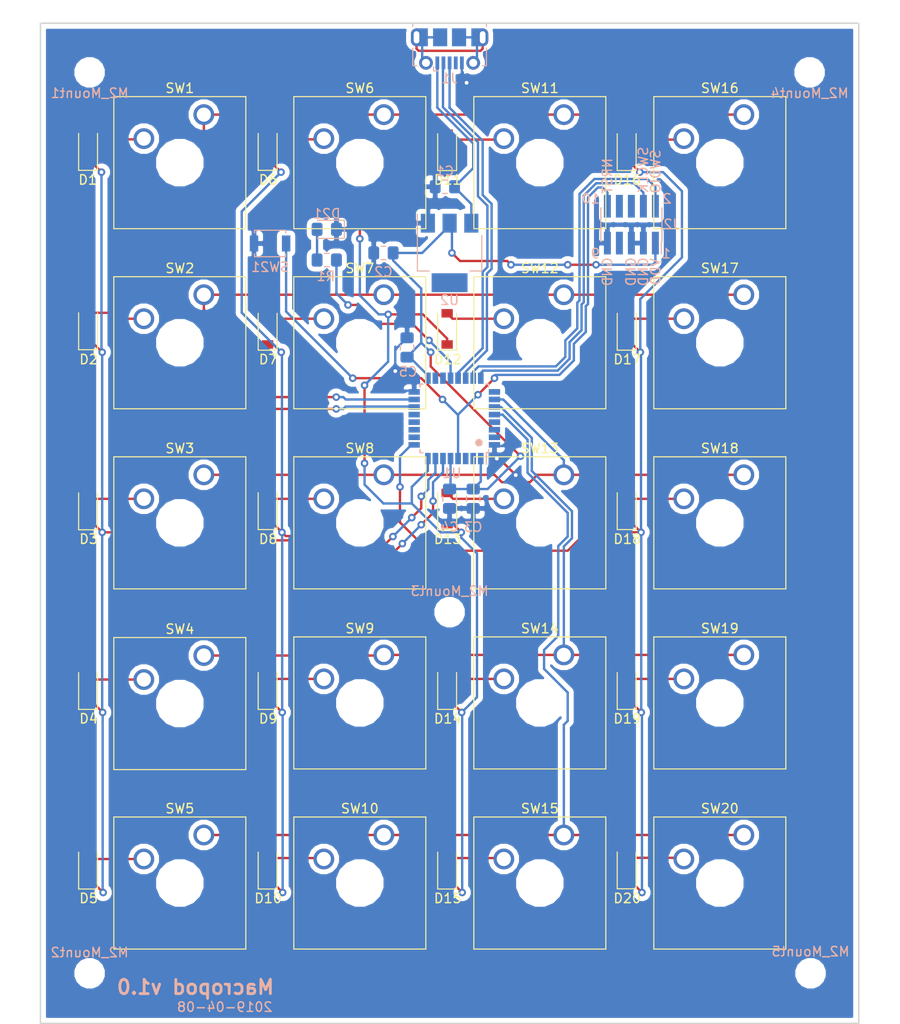
<source format=kicad_pcb>
(kicad_pcb (version 20171130) (host pcbnew "(5.0.2-5-10.14)")
  (layers (0 F.Cu signal) (31 B.Cu signal) (34 B.Paste user) (35 F.Paste user) (36 B.SilkS user) (37 F.SilkS user) (38 B.Mask user) (39 F.Mask user) (44 Edge.Cuts user))
  (net 0 "")
  (net 1 /VBUS)
  (net 2 GND)
  (net 3 /VDD)
  (net 4 /COL0)
  (net 5 "Net-(D1-Pad2)")
  (net 6 "Net-(D2-Pad2)")
  (net 7 "Net-(D3-Pad2)")
  (net 8 "Net-(D4-Pad2)")
  (net 9 "Net-(D5-Pad2)")
  (net 10 "Net-(D6-Pad2)")
  (net 11 /COL1)
  (net 12 "Net-(D7-Pad2)")
  (net 13 "Net-(D8-Pad2)")
  (net 14 "Net-(D9-Pad2)")
  (net 15 "Net-(D10-Pad2)")
  (net 16 /COL2)
  (net 17 "Net-(D11-Pad2)")
  (net 18 "Net-(D12-Pad2)")
  (net 19 "Net-(D13-Pad2)")
  (net 20 "Net-(D14-Pad2)")
  (net 21 "Net-(D15-Pad2)")
  (net 22 "Net-(D16-Pad2)")
  (net 23 /COL3)
  (net 24 "Net-(D17-Pad2)")
  (net 25 "Net-(D18-Pad2)")
  (net 26 "Net-(D19-Pad2)")
  (net 27 "Net-(D20-Pad2)")
  (net 28 "Net-(J1-Pad6)")
  (net 29 /USBD-)
  (net 30 "Net-(J1-Pad4)")
  (net 31 /USBD+)
  (net 32 /SWDIO)
  (net 33 /SWCLK)
  (net 34 "Net-(J2-Pad6)")
  (net 35 "Net-(J2-Pad7)")
  (net 36 "Net-(J2-Pad8)")
  (net 37 /NRST)
  (net 38 /ROW0)
  (net 39 /ROW1)
  (net 40 /ROW2)
  (net 41 /ROW3)
  (net 42 /ROW4)
  (net 43 "Net-(U1-Pad2)")
  (net 44 "Net-(U1-Pad3)")
  (net 45 "Net-(U1-Pad10)")
  (net 46 "Net-(U1-Pad11)")
  (net 47 "Net-(U1-Pad12)")
  (net 48 "Net-(U1-Pad13)")
  (net 49 "Net-(U1-Pad18)")
  (net 50 "Net-(U1-Pad19)")
  (net 51 "Net-(U1-Pad25)")
  (net 52 "Net-(U1-Pad29)")
  (net 53 "Net-(U1-Pad30)")
  (net 54 "Net-(U1-Pad31)")
  (net 55 "Net-(D21-Pad2)")
  (net 56 /PWR_LED)
  (module MountingHole:MountingHole_2.2mm_M2 (layer B.Cu) (at 73 90.729951)
    (fp_text reference M2_Mount3 (at 0 -2.229951) (layer B.SilkS) (effects (justify mirror)))
    (fp_text value MountingHole_2.2mm_M2)
    (pad 1 np_thru_hole circle (at 0 0) (size 2.2 2.2) (drill 2.2) (layers *.Cu *.Mask))
  )
  (module MountingHole:MountingHole_2.2mm_M2 (layer B.Cu) (at 111.2 128.929951)
    (fp_text reference M2_Mount5 (at 0 -2.3) (layer B.SilkS) (effects (justify mirror)))
    (fp_text value MountingHole_2.2mm_M2)
    (pad 1 np_thru_hole circle (at 0 0) (size 2.2 2.2) (drill 2.2) (layers *.Cu *.Mask))
  )
  (module MountingHole:MountingHole_2.2mm_M2 (layer B.Cu) (at 34.9 128.929951)
    (fp_text reference M2_Mount2 (at 0 -2.2) (layer B.SilkS) (effects (justify mirror)))
    (fp_text value MountingHole_2.2mm_M2)
    (pad 1 np_thru_hole circle (at 0 0) (size 2.2 2.2) (drill 2.2) (layers *.Cu *.Mask))
  )
  (module MountingHole:MountingHole_2.2mm_M2 (layer B.Cu) (at 34.9 33.629951)
    (fp_text reference M2_Mount1 (at 0 2.2) (layer B.SilkS) (effects (justify mirror)))
    (fp_text value MountingHole_2.2mm_M2)
    (pad 1 np_thru_hole circle (at 0 0) (size 2.2 2.2) (drill 2.2) (layers *.Cu *.Mask))
  )
  (module Button_Switch_Keyboard:SW_Cherry_MX1A_1.00u_Plate (layer F.Cu) (at 46.990049 38.1)
    (fp_text reference SW1 (at -2.54 -2.794) (layer F.SilkS))
    (fp_text value SW_MK)
    (pad 1 thru_hole circle (at 0 0) (size 2.2 2.2) (drill 1.5) (layers *.Cu *.Mask) (net 38 /ROW0))
    (pad 2 thru_hole circle (at -6.35 2.54) (size 2.2 2.2) (drill 1.5) (layers *.Cu *.Mask) (net 5 "Net-(D1-Pad2)"))
    (pad "" np_thru_hole circle (at -2.54 5.08) (size 4 4) (drill 4) (layers *.Cu *.Mask))
  )
  (module Capacitor_SMD:C_0805_2012Metric_Pad1.15x1.40mm_HandSolder (layer B.Cu) (at 72.5 45.729951 180)
    (fp_text reference C1 (at 0 1.65) (layer B.SilkS) (effects (justify mirror)))
    (fp_text value 4.7uF)
    (pad 1 smd roundrect (at -1.025 0 180) (size 1.15 1.4) (layers B.Cu B.Paste B.Mask) (roundrect_rratio 0.217391) (net 1 /VBUS))
    (pad 2 smd roundrect (at 1.025 0 180) (size 1.15 1.4) (layers B.Cu B.Paste B.Mask) (roundrect_rratio 0.217391) (net 2 GND))
  )
  (module Capacitor_SMD:C_0805_2012Metric_Pad1.15x1.40mm_HandSolder (layer B.Cu) (at 66 52.729951 180)
    (fp_text reference C2 (at 0 -2 180) (layer B.SilkS) (effects (justify mirror)))
    (fp_text value 4.7uF)
    (pad 1 smd roundrect (at -1.025 0 180) (size 1.15 1.4) (layers B.Cu B.Paste B.Mask) (roundrect_rratio 0.217391) (net 3 /VDD))
    (pad 2 smd roundrect (at 1.025 0 180) (size 1.15 1.4) (layers B.Cu B.Paste B.Mask) (roundrect_rratio 0.217391) (net 2 GND))
  )
  (module Capacitor_SMD:C_0805_2012Metric_Pad1.15x1.40mm_HandSolder (layer B.Cu) (at 75.5 78.729951 270)
    (fp_text reference C3 (at 3 0) (layer B.SilkS) (effects (justify mirror)))
    (fp_text value 100nF)
    (pad 1 smd roundrect (at -1.025 0 270) (size 1.15 1.4) (layers B.Cu B.Paste B.Mask) (roundrect_rratio 0.217391) (net 3 /VDD))
    (pad 2 smd roundrect (at 1.025 0 270) (size 1.15 1.4) (layers B.Cu B.Paste B.Mask) (roundrect_rratio 0.217391) (net 2 GND))
  )
  (module Capacitor_SMD:C_0805_2012Metric_Pad1.15x1.40mm_HandSolder (layer B.Cu) (at 68.5 62.729951 90)
    (fp_text reference C5 (at -2.570049 0.1 180) (layer B.SilkS) (effects (justify mirror)))
    (fp_text value 100nF)
    (pad 1 smd roundrect (at -1.025 0 90) (size 1.15 1.4) (layers B.Cu B.Paste B.Mask) (roundrect_rratio 0.217391) (net 3 /VDD))
    (pad 2 smd roundrect (at 1.025 0 90) (size 1.15 1.4) (layers B.Cu B.Paste B.Mask) (roundrect_rratio 0.217391) (net 2 GND))
  )
  (module Connector_USB:USB_Micro-B_Molex-105017-0001 (layer B.Cu) (at 73 31.159951)
    (fp_text reference J1 (at 0 3.1125) (layer B.SilkS) (effects (justify mirror)))
    (fp_text value USB_B_Micro)
    (pad 6 smd rect (at -2.9 -1.2375) (size 1.2 1.9) (layers B.Cu B.Mask) (net 28 "Net-(J1-Pad6)"))
    (pad 6 smd rect (at 2.9 -1.2375) (size 1.2 1.9) (layers B.Cu B.Mask) (net 28 "Net-(J1-Pad6)"))
    (pad 6 thru_hole oval (at 3.5 -1.2375) (size 1.2 1.9) (drill oval 0.6 1.3) (layers *.Cu *.Mask) (net 28 "Net-(J1-Pad6)"))
    (pad 6 thru_hole oval (at -3.5 -1.2375 180) (size 1.2 1.9) (drill oval 0.6 1.3) (layers *.Cu *.Mask) (net 28 "Net-(J1-Pad6)"))
    (pad 6 smd rect (at -1 -1.2375) (size 1.5 1.9) (layers B.Cu B.Paste B.Mask) (net 28 "Net-(J1-Pad6)"))
    (pad 6 thru_hole circle (at 2.5 1.4625) (size 1.45 1.45) (drill 0.85) (layers *.Cu *.Mask) (net 28 "Net-(J1-Pad6)"))
    (pad 3 smd rect (at 0 1.4625) (size 0.4 1.35) (layers B.Cu B.Paste B.Mask) (net 31 /USBD+))
    (pad 4 smd rect (at 0.65 1.4625) (size 0.4 1.35) (layers B.Cu B.Paste B.Mask) (net 30 "Net-(J1-Pad4)"))
    (pad 5 smd rect (at 1.3 1.4625) (size 0.4 1.35) (layers B.Cu B.Paste B.Mask) (net 2 GND))
    (pad 1 smd rect (at -1.3 1.4625) (size 0.4 1.35) (layers B.Cu B.Paste B.Mask) (net 1 /VBUS))
    (pad 2 smd rect (at -0.65 1.4625) (size 0.4 1.35) (layers B.Cu B.Paste B.Mask) (net 29 /USBD-))
    (pad 6 thru_hole circle (at -2.5 1.4625) (size 1.45 1.45) (drill 0.85) (layers *.Cu *.Mask) (net 28 "Net-(J1-Pad6)"))
    (pad 6 smd rect (at 1 -1.2375) (size 1.5 1.9) (layers B.Cu B.Paste B.Mask) (net 28 "Net-(J1-Pad6)"))
  )
  (module Connector_PinHeader_1.27mm:PinHeader_2x05_P1.27mm_Vertical_SMD (layer B.Cu) (at 92.24 49.74 90)
    (fp_text reference J2 (at 0.04 4.26 180) (layer B.SilkS) (effects (justify mirror)))
    (fp_text value Conn_ARM_JTAG_SWD_10)
    (pad 1 smd rect (at -1.95 2.54 90) (size 2.4 0.74) (layers B.Cu B.Paste B.Mask) (net 3 /VDD))
    (pad 2 smd rect (at 1.95 2.54 90) (size 2.4 0.74) (layers B.Cu B.Paste B.Mask) (net 32 /SWDIO))
    (pad 3 smd rect (at -1.95 1.27 90) (size 2.4 0.74) (layers B.Cu B.Paste B.Mask) (net 2 GND))
    (pad 4 smd rect (at 1.95 1.27 90) (size 2.4 0.74) (layers B.Cu B.Paste B.Mask) (net 33 /SWCLK))
    (pad 5 smd rect (at -1.95 0 90) (size 2.4 0.74) (layers B.Cu B.Paste B.Mask) (net 2 GND))
    (pad 6 smd rect (at 1.95 0 90) (size 2.4 0.74) (layers B.Cu B.Paste B.Mask) (net 34 "Net-(J2-Pad6)"))
    (pad 7 smd rect (at -1.95 -1.27 90) (size 2.4 0.74) (layers B.Cu B.Paste B.Mask) (net 35 "Net-(J2-Pad7)"))
    (pad 8 smd rect (at 1.95 -1.27 90) (size 2.4 0.74) (layers B.Cu B.Paste B.Mask) (net 36 "Net-(J2-Pad8)"))
    (pad 9 smd rect (at -1.95 -2.54 90) (size 2.4 0.74) (layers B.Cu B.Paste B.Mask) (net 2 GND))
    (pad 10 smd rect (at 1.95 -2.54 90) (size 2.4 0.74) (layers B.Cu B.Paste B.Mask) (net 37 /NRST))
  )
  (module Package_QFP:LQFP-32_7x7mm_P0.8mm (layer B.Cu) (at 73.5 70.229951 90)
    (fp_text reference U1 (at -5.8 -0.25 180) (layer B.SilkS) (effects (justify mirror)))
    (fp_text value STM32F042K6Tx)
    (pad 1 smd rect (at -4.25 2.8 90) (size 1.2 0.6) (layers B.Cu B.Paste B.Mask) (net 3 /VDD))
    (pad 2 smd rect (at -4.25 2 90) (size 1.2 0.6) (layers B.Cu B.Paste B.Mask) (net 43 "Net-(U1-Pad2)"))
    (pad 3 smd rect (at -4.25 1.2 90) (size 1.2 0.6) (layers B.Cu B.Paste B.Mask) (net 44 "Net-(U1-Pad3)"))
    (pad 4 smd rect (at -4.25 0.4 90) (size 1.2 0.6) (layers B.Cu B.Paste B.Mask) (net 37 /NRST))
    (pad 5 smd rect (at -4.25 -0.4 90) (size 1.2 0.6) (layers B.Cu B.Paste B.Mask) (net 3 /VDD))
    (pad 6 smd rect (at -4.25 -1.2 90) (size 1.2 0.6) (layers B.Cu B.Paste B.Mask) (net 4 /COL0))
    (pad 7 smd rect (at -4.25 -2 90) (size 1.2 0.6) (layers B.Cu B.Paste B.Mask) (net 11 /COL1))
    (pad 8 smd rect (at -4.25 -2.8 90) (size 1.2 0.6) (layers B.Cu B.Paste B.Mask) (net 16 /COL2))
    (pad 9 smd rect (at -2.8 -4.25) (size 1.2 0.6) (layers B.Cu B.Paste B.Mask) (net 23 /COL3))
    (pad 10 smd rect (at -2 -4.25) (size 1.2 0.6) (layers B.Cu B.Paste B.Mask) (net 45 "Net-(U1-Pad10)"))
    (pad 11 smd rect (at -1.2 -4.25) (size 1.2 0.6) (layers B.Cu B.Paste B.Mask) (net 46 "Net-(U1-Pad11)"))
    (pad 12 smd rect (at -0.4 -4.25) (size 1.2 0.6) (layers B.Cu B.Paste B.Mask) (net 47 "Net-(U1-Pad12)"))
    (pad 13 smd rect (at 0.4 -4.25) (size 1.2 0.6) (layers B.Cu B.Paste B.Mask) (net 48 "Net-(U1-Pad13)"))
    (pad 14 smd rect (at 1.2 -4.25) (size 1.2 0.6) (layers B.Cu B.Paste B.Mask) (net 38 /ROW0))
    (pad 15 smd rect (at 2 -4.25) (size 1.2 0.6) (layers B.Cu B.Paste B.Mask) (net 39 /ROW1))
    (pad 16 smd rect (at 2.8 -4.25) (size 1.2 0.6) (layers B.Cu B.Paste B.Mask) (net 2 GND))
    (pad 17 smd rect (at 4.25 -2.8 90) (size 1.2 0.6) (layers B.Cu B.Paste B.Mask) (net 3 /VDD))
    (pad 18 smd rect (at 4.25 -2 90) (size 1.2 0.6) (layers B.Cu B.Paste B.Mask) (net 49 "Net-(U1-Pad18)"))
    (pad 19 smd rect (at 4.25 -1.2 90) (size 1.2 0.6) (layers B.Cu B.Paste B.Mask) (net 50 "Net-(U1-Pad19)"))
    (pad 20 smd rect (at 4.25 -0.4 90) (size 1.2 0.6) (layers B.Cu B.Paste B.Mask) (net 56 /PWR_LED))
    (pad 21 smd rect (at 4.25 0.4 90) (size 1.2 0.6) (layers B.Cu B.Paste B.Mask) (net 29 /USBD-))
    (pad 22 smd rect (at 4.25 1.2 90) (size 1.2 0.6) (layers B.Cu B.Paste B.Mask) (net 31 /USBD+))
    (pad 23 smd rect (at 4.25 2 90) (size 1.2 0.6) (layers B.Cu B.Paste B.Mask) (net 32 /SWDIO))
    (pad 24 smd rect (at 4.25 2.8 90) (size 1.2 0.6) (layers B.Cu B.Paste B.Mask) (net 33 /SWCLK))
    (pad 25 smd rect (at 2.8 4.25) (size 1.2 0.6) (layers B.Cu B.Paste B.Mask) (net 51 "Net-(U1-Pad25)"))
    (pad 26 smd rect (at 2 4.25) (size 1.2 0.6) (layers B.Cu B.Paste B.Mask) (net 40 /ROW2))
    (pad 27 smd rect (at 1.2 4.25) (size 1.2 0.6) (layers B.Cu B.Paste B.Mask) (net 41 /ROW3))
    (pad 28 smd rect (at 0.4 4.25) (size 1.2 0.6) (layers B.Cu B.Paste B.Mask) (net 42 /ROW4))
    (pad 29 smd rect (at -0.4 4.25) (size 1.2 0.6) (layers B.Cu B.Paste B.Mask) (net 52 "Net-(U1-Pad29)"))
    (pad 30 smd rect (at -1.2 4.25) (size 1.2 0.6) (layers B.Cu B.Paste B.Mask) (net 53 "Net-(U1-Pad30)"))
    (pad 31 smd rect (at -2 4.25) (size 1.2 0.6) (layers B.Cu B.Paste B.Mask) (net 54 "Net-(U1-Pad31)"))
    (pad 32 smd rect (at -2.8 4.25) (size 1.2 0.6) (layers B.Cu B.Paste B.Mask) (net 2 GND))
  )
  (module Package_TO_SOT_SMD:SOT-223 (layer B.Cu) (at 73 52.729951 270)
    (fp_text reference U2 (at 5 0 180) (layer B.SilkS) (effects (justify mirror)))
    (fp_text value LM1117-3.3)
    (pad 4 smd rect (at 3.15 0 270) (size 2 3.8) (layers B.Cu B.Paste B.Mask))
    (pad 2 smd rect (at -3.15 0 270) (size 2 1.5) (layers B.Cu B.Paste B.Mask) (net 3 /VDD))
    (pad 3 smd rect (at -3.15 -2.3 270) (size 2 1.5) (layers B.Cu B.Paste B.Mask) (net 1 /VBUS))
    (pad 1 smd rect (at -3.15 2.3 270) (size 2 1.5) (layers B.Cu B.Paste B.Mask) (net 2 GND))
  )
  (module Button_Switch_Keyboard:SW_Cherry_MX1A_1.00u_Plate (layer F.Cu) (at 46.990049 57.149951)
    (fp_text reference SW2 (at -2.54 -2.794) (layer F.SilkS))
    (fp_text value SW_MK)
    (pad 1 thru_hole circle (at 0 0) (size 2.2 2.2) (drill 1.5) (layers *.Cu *.Mask) (net 39 /ROW1))
    (pad 2 thru_hole circle (at -6.35 2.54) (size 2.2 2.2) (drill 1.5) (layers *.Cu *.Mask) (net 6 "Net-(D2-Pad2)"))
    (pad "" np_thru_hole circle (at -2.54 5.08) (size 4 4) (drill 4) (layers *.Cu *.Mask))
  )
  (module Button_Switch_Keyboard:SW_Cherry_MX1A_1.00u_Plate (layer F.Cu) (at 46.990049 76.199902)
    (fp_text reference SW3 (at -2.54 -2.794) (layer F.SilkS))
    (fp_text value SW_MK)
    (pad 1 thru_hole circle (at 0 0) (size 2.2 2.2) (drill 1.5) (layers *.Cu *.Mask) (net 40 /ROW2))
    (pad 2 thru_hole circle (at -6.35 2.54) (size 2.2 2.2) (drill 1.5) (layers *.Cu *.Mask) (net 7 "Net-(D3-Pad2)"))
    (pad "" np_thru_hole circle (at -2.54 5.08) (size 4 4) (drill 4) (layers *.Cu *.Mask))
  )
  (module Button_Switch_Keyboard:SW_Cherry_MX1A_1.00u_Plate (layer F.Cu) (at 46.990049 95.316708)
    (fp_text reference SW4 (at -2.54 -2.794) (layer F.SilkS))
    (fp_text value SW_MK)
    (pad 1 thru_hole circle (at 0 0) (size 2.2 2.2) (drill 1.5) (layers *.Cu *.Mask) (net 41 /ROW3))
    (pad 2 thru_hole circle (at -6.35 2.54) (size 2.2 2.2) (drill 1.5) (layers *.Cu *.Mask) (net 8 "Net-(D4-Pad2)"))
    (pad "" np_thru_hole circle (at -2.54 5.08) (size 4 4) (drill 4) (layers *.Cu *.Mask))
  )
  (module Button_Switch_Keyboard:SW_Cherry_MX1A_1.00u_Plate (layer F.Cu) (at 46.990049 114.299804)
    (fp_text reference SW5 (at -2.54 -2.794) (layer F.SilkS))
    (fp_text value SW_MK)
    (pad 1 thru_hole circle (at 0 0) (size 2.2 2.2) (drill 1.5) (layers *.Cu *.Mask) (net 42 /ROW4))
    (pad 2 thru_hole circle (at -6.35 2.54) (size 2.2 2.2) (drill 1.5) (layers *.Cu *.Mask) (net 9 "Net-(D5-Pad2)"))
    (pad "" np_thru_hole circle (at -2.54 5.08) (size 4 4) (drill 4) (layers *.Cu *.Mask))
  )
  (module Button_Switch_Keyboard:SW_Cherry_MX1A_1.00u_Plate (layer F.Cu) (at 66.04 38.1)
    (fp_text reference SW6 (at -2.54 -2.794) (layer F.SilkS))
    (fp_text value SW_MK)
    (pad "" np_thru_hole circle (at -2.54 5.08) (size 4 4) (drill 4) (layers *.Cu *.Mask))
    (pad 2 thru_hole circle (at -6.35 2.54) (size 2.2 2.2) (drill 1.5) (layers *.Cu *.Mask) (net 10 "Net-(D6-Pad2)"))
    (pad 1 thru_hole circle (at 0 0) (size 2.2 2.2) (drill 1.5) (layers *.Cu *.Mask) (net 38 /ROW0))
  )
  (module Button_Switch_Keyboard:SW_Cherry_MX1A_1.00u_Plate (layer F.Cu) (at 66.04 57.149951)
    (fp_text reference SW7 (at -2.54 -2.794) (layer F.SilkS))
    (fp_text value SW_MK)
    (pad 1 thru_hole circle (at 0 0) (size 2.2 2.2) (drill 1.5) (layers *.Cu *.Mask) (net 39 /ROW1))
    (pad 2 thru_hole circle (at -6.35 2.54) (size 2.2 2.2) (drill 1.5) (layers *.Cu *.Mask) (net 12 "Net-(D7-Pad2)"))
    (pad "" np_thru_hole circle (at -2.54 5.08) (size 4 4) (drill 4) (layers *.Cu *.Mask))
  )
  (module Button_Switch_Keyboard:SW_Cherry_MX1A_1.00u_Plate (layer F.Cu) (at 66.04 76.199902)
    (fp_text reference SW8 (at -2.54 -2.794) (layer F.SilkS))
    (fp_text value SW_MK)
    (pad "" np_thru_hole circle (at -2.54 5.08) (size 4 4) (drill 4) (layers *.Cu *.Mask))
    (pad 2 thru_hole circle (at -6.35 2.54) (size 2.2 2.2) (drill 1.5) (layers *.Cu *.Mask) (net 13 "Net-(D8-Pad2)"))
    (pad 1 thru_hole circle (at 0 0) (size 2.2 2.2) (drill 1.5) (layers *.Cu *.Mask) (net 40 /ROW2))
  )
  (module Button_Switch_Keyboard:SW_Cherry_MX1A_1.00u_Plate (layer F.Cu) (at 66.04 95.249853)
    (fp_text reference SW9 (at -2.54 -2.794) (layer F.SilkS))
    (fp_text value SW_MK)
    (pad "" np_thru_hole circle (at -2.54 5.08) (size 4 4) (drill 4) (layers *.Cu *.Mask))
    (pad 2 thru_hole circle (at -6.35 2.54) (size 2.2 2.2) (drill 1.5) (layers *.Cu *.Mask) (net 14 "Net-(D9-Pad2)"))
    (pad 1 thru_hole circle (at 0 0) (size 2.2 2.2) (drill 1.5) (layers *.Cu *.Mask) (net 41 /ROW3))
  )
  (module Button_Switch_Keyboard:SW_Cherry_MX1A_1.00u_Plate (layer F.Cu) (at 66.04 114.299804)
    (fp_text reference SW10 (at -2.54 -2.794) (layer F.SilkS))
    (fp_text value SW_MK)
    (pad 1 thru_hole circle (at 0 0) (size 2.2 2.2) (drill 1.5) (layers *.Cu *.Mask) (net 42 /ROW4))
    (pad 2 thru_hole circle (at -6.35 2.54) (size 2.2 2.2) (drill 1.5) (layers *.Cu *.Mask) (net 15 "Net-(D10-Pad2)"))
    (pad "" np_thru_hole circle (at -2.54 5.08) (size 4 4) (drill 4) (layers *.Cu *.Mask))
  )
  (module Button_Switch_Keyboard:SW_Cherry_MX1A_1.00u_Plate (layer F.Cu) (at 85.089951 38.1)
    (fp_text reference SW11 (at -2.54 -2.794) (layer F.SilkS))
    (fp_text value SW_MK)
    (pad "" np_thru_hole circle (at -2.54 5.08) (size 4 4) (drill 4) (layers *.Cu *.Mask))
    (pad 2 thru_hole circle (at -6.35 2.54) (size 2.2 2.2) (drill 1.5) (layers *.Cu *.Mask) (net 17 "Net-(D11-Pad2)"))
    (pad 1 thru_hole circle (at 0 0) (size 2.2 2.2) (drill 1.5) (layers *.Cu *.Mask) (net 38 /ROW0))
  )
  (module Button_Switch_Keyboard:SW_Cherry_MX1A_1.00u_Plate (layer F.Cu) (at 85.089951 57.149951)
    (fp_text reference SW12 (at -2.54 -2.794) (layer F.SilkS))
    (fp_text value SW_MK)
    (pad 1 thru_hole circle (at 0 0) (size 2.2 2.2) (drill 1.5) (layers *.Cu *.Mask) (net 39 /ROW1))
    (pad 2 thru_hole circle (at -6.35 2.54) (size 2.2 2.2) (drill 1.5) (layers *.Cu *.Mask) (net 18 "Net-(D12-Pad2)"))
    (pad "" np_thru_hole circle (at -2.54 5.08) (size 4 4) (drill 4) (layers *.Cu *.Mask))
  )
  (module Button_Switch_Keyboard:SW_Cherry_MX1A_1.00u_Plate (layer F.Cu) (at 85.089951 76.199902)
    (fp_text reference SW13 (at -2.54 -2.794) (layer F.SilkS))
    (fp_text value SW_MK)
    (pad "" np_thru_hole circle (at -2.54 5.08) (size 4 4) (drill 4) (layers *.Cu *.Mask))
    (pad 2 thru_hole circle (at -6.35 2.54) (size 2.2 2.2) (drill 1.5) (layers *.Cu *.Mask) (net 19 "Net-(D13-Pad2)"))
    (pad 1 thru_hole circle (at 0 0) (size 2.2 2.2) (drill 1.5) (layers *.Cu *.Mask) (net 40 /ROW2))
  )
  (module Button_Switch_Keyboard:SW_Cherry_MX1A_1.00u_Plate (layer F.Cu) (at 85.089951 95.249853)
    (fp_text reference SW14 (at -2.54 -2.794) (layer F.SilkS))
    (fp_text value SW_MK)
    (pad 1 thru_hole circle (at 0 0) (size 2.2 2.2) (drill 1.5) (layers *.Cu *.Mask) (net 41 /ROW3))
    (pad 2 thru_hole circle (at -6.35 2.54) (size 2.2 2.2) (drill 1.5) (layers *.Cu *.Mask) (net 20 "Net-(D14-Pad2)"))
    (pad "" np_thru_hole circle (at -2.54 5.08) (size 4 4) (drill 4) (layers *.Cu *.Mask))
  )
  (module Button_Switch_Keyboard:SW_Cherry_MX1A_1.00u_Plate (layer F.Cu) (at 85.089951 114.299804)
    (fp_text reference SW15 (at -2.54 -2.794) (layer F.SilkS))
    (fp_text value SW_MK)
    (pad "" np_thru_hole circle (at -2.54 5.08) (size 4 4) (drill 4) (layers *.Cu *.Mask))
    (pad 2 thru_hole circle (at -6.35 2.54) (size 2.2 2.2) (drill 1.5) (layers *.Cu *.Mask) (net 21 "Net-(D15-Pad2)"))
    (pad 1 thru_hole circle (at 0 0) (size 2.2 2.2) (drill 1.5) (layers *.Cu *.Mask) (net 42 /ROW4))
  )
  (module Button_Switch_Keyboard:SW_Cherry_MX1A_1.00u_Plate (layer F.Cu) (at 104.139902 38.1)
    (fp_text reference SW16 (at -2.54 -2.794) (layer F.SilkS))
    (fp_text value SW_MK)
    (pad 1 thru_hole circle (at 0 0) (size 2.2 2.2) (drill 1.5) (layers *.Cu *.Mask) (net 38 /ROW0))
    (pad 2 thru_hole circle (at -6.35 2.54) (size 2.2 2.2) (drill 1.5) (layers *.Cu *.Mask) (net 22 "Net-(D16-Pad2)"))
    (pad "" np_thru_hole circle (at -2.54 5.08) (size 4 4) (drill 4) (layers *.Cu *.Mask))
  )
  (module Button_Switch_Keyboard:SW_Cherry_MX1A_1.00u_Plate (layer F.Cu) (at 104.139902 57.149951)
    (fp_text reference SW17 (at -2.54 -2.794) (layer F.SilkS))
    (fp_text value SW_MK)
    (pad "" np_thru_hole circle (at -2.54 5.08) (size 4 4) (drill 4) (layers *.Cu *.Mask))
    (pad 2 thru_hole circle (at -6.35 2.54) (size 2.2 2.2) (drill 1.5) (layers *.Cu *.Mask) (net 24 "Net-(D17-Pad2)"))
    (pad 1 thru_hole circle (at 0 0) (size 2.2 2.2) (drill 1.5) (layers *.Cu *.Mask) (net 39 /ROW1))
  )
  (module Button_Switch_Keyboard:SW_Cherry_MX1A_1.00u_Plate (layer F.Cu) (at 104.139902 76.199902)
    (fp_text reference SW18 (at -2.54 -2.794) (layer F.SilkS))
    (fp_text value SW_MK)
    (pad "" np_thru_hole circle (at -2.54 5.08) (size 4 4) (drill 4) (layers *.Cu *.Mask))
    (pad 2 thru_hole circle (at -6.35 2.54) (size 2.2 2.2) (drill 1.5) (layers *.Cu *.Mask) (net 25 "Net-(D18-Pad2)"))
    (pad 1 thru_hole circle (at 0 0) (size 2.2 2.2) (drill 1.5) (layers *.Cu *.Mask) (net 40 /ROW2))
  )
  (module Button_Switch_Keyboard:SW_Cherry_MX1A_1.00u_Plate (layer F.Cu) (at 104.139902 95.249853)
    (fp_text reference SW19 (at -2.54 -2.794) (layer F.SilkS))
    (fp_text value SW_MK)
    (pad "" np_thru_hole circle (at -2.54 5.08) (size 4 4) (drill 4) (layers *.Cu *.Mask))
    (pad 2 thru_hole circle (at -6.35 2.54) (size 2.2 2.2) (drill 1.5) (layers *.Cu *.Mask) (net 26 "Net-(D19-Pad2)"))
    (pad 1 thru_hole circle (at 0 0) (size 2.2 2.2) (drill 1.5) (layers *.Cu *.Mask) (net 41 /ROW3))
  )
  (module Button_Switch_Keyboard:SW_Cherry_MX1A_1.00u_Plate (layer F.Cu) (at 104.14 114.299804)
    (fp_text reference SW20 (at -2.54 -2.794) (layer F.SilkS))
    (fp_text value SW_MK)
    (pad "" np_thru_hole circle (at -2.54 5.08) (size 4 4) (drill 4) (layers *.Cu *.Mask))
    (pad 2 thru_hole circle (at -6.35 2.54) (size 2.2 2.2) (drill 1.5) (layers *.Cu *.Mask) (net 27 "Net-(D20-Pad2)"))
    (pad 1 thru_hole circle (at 0 0) (size 2.2 2.2) (drill 1.5) (layers *.Cu *.Mask) (net 42 /ROW4))
  )
  (module Capacitor_SMD:C_0805_2012Metric_Pad1.15x1.40mm_HandSolder (layer B.Cu) (at 73 78.729951 270)
    (fp_text reference C4 (at 3 0) (layer B.SilkS) (effects (justify mirror)))
    (fp_text value 100nF)
    (pad 1 smd roundrect (at -1.025 0 270) (size 1.15 1.4) (layers B.Cu B.Paste B.Mask) (roundrect_rratio 0.217391) (net 3 /VDD))
    (pad 2 smd roundrect (at 1.025 0 270) (size 1.15 1.4) (layers B.Cu B.Paste B.Mask) (roundrect_rratio 0.217391) (net 2 GND))
  )
  (module Resistor_SMD:R_0805_2012Metric_Pad1.15x1.40mm_HandSolder (layer B.Cu) (at 60 53.479951 180)
    (fp_text reference R1 (at 0.1 -1.720049 180) (layer B.SilkS) (effects (justify mirror)))
    (fp_text value 470)
    (pad 1 smd roundrect (at -1.025 0 180) (size 1.15 1.4) (layers B.Cu B.Paste B.Mask) (roundrect_rratio 0.217391) (net 56 /PWR_LED))
    (pad 2 smd roundrect (at 1.025 0 180) (size 1.15 1.4) (layers B.Cu B.Paste B.Mask) (roundrect_rratio 0.217391) (net 55 "Net-(D21-Pad2)"))
  )
  (module LED_SMD:LED_0805_2012Metric_Pad1.15x1.40mm_HandSolder (layer B.Cu) (at 60 50.229951 180)
    (fp_text reference D21 (at 0 1.65 180) (layer B.SilkS) (effects (justify mirror)))
    (fp_text value LED)
    (pad 1 smd roundrect (at -1.025 0 180) (size 1.15 1.4) (layers B.Cu B.Paste B.Mask) (roundrect_rratio 0.217391) (net 2 GND))
    (pad 2 smd roundrect (at 1.025 0 180) (size 1.15 1.4) (layers B.Cu B.Paste B.Mask) (roundrect_rratio 0.217391) (net 55 "Net-(D21-Pad2)"))
  )
  (module Button_Switch_SMD:SW_SPST_B3U-1000P (layer B.Cu) (at 54 51.729951)
    (fp_text reference SW21 (at 0 2.5) (layer B.SilkS) (effects (justify mirror)))
    (fp_text value SW_SPST)
    (pad 1 smd rect (at -1.7 0) (size 0.9 1.7) (layers B.Cu B.Paste B.Mask) (net 2 GND))
    (pad 2 smd rect (at 1.7 0) (size 0.9 1.7) (layers B.Cu B.Paste B.Mask) (net 37 /NRST))
  )
  (module Diode_SMD:D_SOD-123 (layer F.Cu) (at 34.74 41.74 90)
    (fp_text reference D1 (at -3.26 -0.04 180) (layer F.SilkS))
    (fp_text value D)
    (pad 1 smd rect (at -1.65 0 90) (size 0.9 1.2) (layers F.Cu F.Paste F.Mask) (net 4 /COL0))
    (pad 2 smd rect (at 1.65 0 90) (size 0.9 1.2) (layers F.Cu F.Paste F.Mask) (net 5 "Net-(D1-Pad2)"))
  )
  (module Diode_SMD:D_SOD-123 (layer F.Cu) (at 34.74 60.715 90)
    (fp_text reference D2 (at -3.285 0.06 180) (layer F.SilkS))
    (fp_text value D)
    (pad 1 smd rect (at -1.65 0 90) (size 0.9 1.2) (layers F.Cu F.Paste F.Mask) (net 4 /COL0))
    (pad 2 smd rect (at 1.65 0 90) (size 0.9 1.2) (layers F.Cu F.Paste F.Mask) (net 6 "Net-(D2-Pad2)"))
  )
  (module Diode_SMD:D_SOD-123 (layer F.Cu) (at 34.74 79.765 90)
    (fp_text reference D3 (at -3.235 0.06 180) (layer F.SilkS))
    (fp_text value D)
    (pad 1 smd rect (at -1.65 0 90) (size 0.9 1.2) (layers F.Cu F.Paste F.Mask) (net 4 /COL0))
    (pad 2 smd rect (at 1.65 0 90) (size 0.9 1.2) (layers F.Cu F.Paste F.Mask) (net 7 "Net-(D3-Pad2)"))
  )
  (module Diode_SMD:D_SOD-123 (layer F.Cu) (at 34.74 98.765 90)
    (fp_text reference D4 (at -3.235 0.06 180) (layer F.SilkS))
    (fp_text value D)
    (pad 1 smd rect (at -1.65 0 90) (size 0.9 1.2) (layers F.Cu F.Paste F.Mask) (net 4 /COL0))
    (pad 2 smd rect (at 1.65 0 90) (size 0.9 1.2) (layers F.Cu F.Paste F.Mask) (net 8 "Net-(D4-Pad2)"))
  )
  (module Diode_SMD:D_SOD-123 (layer F.Cu) (at 34.74 117.765 90)
    (fp_text reference D5 (at -3.235 0.06 180) (layer F.SilkS))
    (fp_text value D)
    (pad 1 smd rect (at -1.65 0 90) (size 0.9 1.2) (layers F.Cu F.Paste F.Mask) (net 4 /COL0))
    (pad 2 smd rect (at 1.65 0 90) (size 0.9 1.2) (layers F.Cu F.Paste F.Mask) (net 9 "Net-(D5-Pad2)"))
  )
  (module Diode_SMD:D_SOD-123 (layer F.Cu) (at 53.74 41.74 90)
    (fp_text reference D6 (at -3.26 0.06 180) (layer F.SilkS))
    (fp_text value D)
    (pad 1 smd rect (at -1.65 0 90) (size 0.9 1.2) (layers F.Cu F.Paste F.Mask) (net 11 /COL1))
    (pad 2 smd rect (at 1.65 0 90) (size 0.9 1.2) (layers F.Cu F.Paste F.Mask) (net 10 "Net-(D6-Pad2)"))
  )
  (module Diode_SMD:D_SOD-123 (layer F.Cu) (at 53.74 60.765 90)
    (fp_text reference D7 (at -3.235 0.06 180) (layer F.SilkS))
    (fp_text value D)
    (pad 2 smd rect (at 1.65 0 90) (size 0.9 1.2) (layers F.Cu F.Paste F.Mask) (net 12 "Net-(D7-Pad2)"))
    (pad 1 smd rect (at -1.65 0 90) (size 0.9 1.2) (layers F.Cu F.Paste F.Mask) (net 11 /COL1))
  )
  (module Diode_SMD:D_SOD-123 (layer F.Cu) (at 53.74 79.74 90)
    (fp_text reference D8 (at -3.26 0.06 180) (layer F.SilkS))
    (fp_text value D)
    (pad 2 smd rect (at 1.65 0 90) (size 0.9 1.2) (layers F.Cu F.Paste F.Mask) (net 13 "Net-(D8-Pad2)"))
    (pad 1 smd rect (at -1.65 0 90) (size 0.9 1.2) (layers F.Cu F.Paste F.Mask) (net 11 /COL1))
  )
  (module Diode_SMD:D_SOD-123 (layer F.Cu) (at 53.74 98.765 90)
    (fp_text reference D9 (at -3.235 0.06 180) (layer F.SilkS))
    (fp_text value D)
    (pad 2 smd rect (at 1.65 0 90) (size 0.9 1.2) (layers F.Cu F.Paste F.Mask) (net 14 "Net-(D9-Pad2)"))
    (pad 1 smd rect (at -1.65 0 90) (size 0.9 1.2) (layers F.Cu F.Paste F.Mask) (net 11 /COL1))
  )
  (module Diode_SMD:D_SOD-123 (layer F.Cu) (at 53.74 117.765 90)
    (fp_text reference D10 (at -3.235 0.06 180) (layer F.SilkS))
    (fp_text value D)
    (pad 2 smd rect (at 1.65 0 90) (size 0.9 1.2) (layers F.Cu F.Paste F.Mask) (net 15 "Net-(D10-Pad2)"))
    (pad 1 smd rect (at -1.65 0 90) (size 0.9 1.2) (layers F.Cu F.Paste F.Mask) (net 11 /COL1))
  )
  (module Diode_SMD:D_SOD-123 (layer F.Cu) (at 72.74 41.765 90)
    (fp_text reference D11 (at -3.235 0.06 180) (layer F.SilkS))
    (fp_text value D)
    (pad 1 smd rect (at -1.65 0 90) (size 0.9 1.2) (layers F.Cu F.Paste F.Mask) (net 16 /COL2))
    (pad 2 smd rect (at 1.65 0 90) (size 0.9 1.2) (layers F.Cu F.Paste F.Mask) (net 17 "Net-(D11-Pad2)"))
  )
  (module Diode_SMD:D_SOD-123 (layer F.Cu) (at 72.74 60.765 90)
    (fp_text reference D12 (at -3.235 0.06 180) (layer F.SilkS))
    (fp_text value D)
    (pad 2 smd rect (at 1.65 0 90) (size 0.9 1.2) (layers F.Cu F.Paste F.Mask) (net 18 "Net-(D12-Pad2)"))
    (pad 1 smd rect (at -1.65 0 90) (size 0.9 1.2) (layers F.Cu F.Paste F.Mask) (net 16 /COL2))
  )
  (module Diode_SMD:D_SOD-123 (layer F.Cu) (at 72.74 79.765 90)
    (fp_text reference D13 (at -3.235 0.06 180) (layer F.SilkS))
    (fp_text value D)
    (pad 2 smd rect (at 1.65 0 90) (size 0.9 1.2) (layers F.Cu F.Paste F.Mask) (net 19 "Net-(D13-Pad2)"))
    (pad 1 smd rect (at -1.65 0 90) (size 0.9 1.2) (layers F.Cu F.Paste F.Mask) (net 16 /COL2))
  )
  (module Diode_SMD:D_SOD-123 (layer F.Cu) (at 72.74 98.765 90)
    (fp_text reference D14 (at -3.235 0.06 180) (layer F.SilkS))
    (fp_text value D)
    (pad 2 smd rect (at 1.65 0 90) (size 0.9 1.2) (layers F.Cu F.Paste F.Mask) (net 20 "Net-(D14-Pad2)"))
    (pad 1 smd rect (at -1.65 0 90) (size 0.9 1.2) (layers F.Cu F.Paste F.Mask) (net 16 /COL2))
  )
  (module Diode_SMD:D_SOD-123 (layer F.Cu) (at 72.74 117.765 90)
    (fp_text reference D15 (at -3.235 0.06 180) (layer F.SilkS))
    (fp_text value D)
    (pad 2 smd rect (at 1.65 0 90) (size 0.9 1.2) (layers F.Cu F.Paste F.Mask) (net 21 "Net-(D15-Pad2)"))
    (pad 1 smd rect (at -1.65 0 90) (size 0.9 1.2) (layers F.Cu F.Paste F.Mask) (net 16 /COL2))
  )
  (module Diode_SMD:D_SOD-123 (layer F.Cu) (at 91.74 41.765 90)
    (fp_text reference D16 (at -3.235 0.06 180) (layer F.SilkS))
    (fp_text value D)
    (pad 2 smd rect (at 1.65 0 90) (size 0.9 1.2) (layers F.Cu F.Paste F.Mask) (net 22 "Net-(D16-Pad2)"))
    (pad 1 smd rect (at -1.65 0 90) (size 0.9 1.2) (layers F.Cu F.Paste F.Mask) (net 23 /COL3))
  )
  (module Diode_SMD:D_SOD-123 (layer F.Cu) (at 91.74 60.765 90)
    (fp_text reference D17 (at -3.235 0.06 180) (layer F.SilkS))
    (fp_text value D)
    (pad 1 smd rect (at -1.65 0 90) (size 0.9 1.2) (layers F.Cu F.Paste F.Mask) (net 23 /COL3))
    (pad 2 smd rect (at 1.65 0 90) (size 0.9 1.2) (layers F.Cu F.Paste F.Mask) (net 24 "Net-(D17-Pad2)"))
  )
  (module Diode_SMD:D_SOD-123 (layer F.Cu) (at 91.74 79.74 90)
    (fp_text reference D18 (at -3.26 0.06 180) (layer F.SilkS))
    (fp_text value D)
    (pad 1 smd rect (at -1.65 0 90) (size 0.9 1.2) (layers F.Cu F.Paste F.Mask) (net 23 /COL3))
    (pad 2 smd rect (at 1.65 0 90) (size 0.9 1.2) (layers F.Cu F.Paste F.Mask) (net 25 "Net-(D18-Pad2)"))
  )
  (module Diode_SMD:D_SOD-123 (layer F.Cu) (at 91.74 98.765 90)
    (fp_text reference D19 (at -3.235 0.06 180) (layer F.SilkS))
    (fp_text value D)
    (pad 2 smd rect (at 1.65 0 90) (size 0.9 1.2) (layers F.Cu F.Paste F.Mask) (net 26 "Net-(D19-Pad2)"))
    (pad 1 smd rect (at -1.65 0 90) (size 0.9 1.2) (layers F.Cu F.Paste F.Mask) (net 23 /COL3))
  )
  (module Diode_SMD:D_SOD-123 (layer F.Cu) (at 91.74 117.74 90)
    (fp_text reference D20 (at -3.26 0.06 180) (layer F.SilkS))
    (fp_text value D)
    (pad 1 smd rect (at -1.65 0 90) (size 0.9 1.2) (layers F.Cu F.Paste F.Mask) (net 23 /COL3))
    (pad 2 smd rect (at 1.65 0 90) (size 0.9 1.2) (layers F.Cu F.Paste F.Mask) (net 27 "Net-(D20-Pad2)"))
  )
  (module MountingHole:MountingHole_2.2mm_M2 (layer B.Cu) (at 111.1 33.629951)
    (fp_text reference M2_Mount4 (at 0 2.2) (layer B.SilkS) (effects (justify mirror)))
    (fp_text value MountingHole_2.2mm_M2)
    (pad 1 np_thru_hole circle (at 0 0) (size 2.2 2.2) (drill 2.2) (layers *.Cu *.Mask))
  )
  (gr_text SWCLK (at 93.5 41.4 90) (layer B.SilkS) (effects (font (size 1 1)) (justify left mirror)))
  (gr_text SWDIO (at 94.8 41.7 90) (layer B.SilkS) (effects (font (size 1 1)) (justify left mirror)))
  (gr_text NRST (at 89.7 42.6 90) (layer B.SilkS) (effects (font (size 1 1)) (justify left mirror)))
  (gr_text GND (at 89.7 53.1 90) (layer B.SilkS) (effects (font (size 1 1)) (justify left mirror)))
  (gr_text GND (at 92.2 53.1 90) (layer B.SilkS) (effects (font (size 1 1)) (justify left mirror)))
  (gr_text 10 (at 89 47) (layer B.SilkS) (effects (font (size 1 1)) (justify left mirror)))
  (gr_text 9 (at 89 52.8) (layer B.SilkS) (effects (font (size 1 1)) (justify left mirror)))
  (gr_text 2 (at 96.6 47) (layer B.SilkS) (effects (font (size 1 1)) (justify left mirror)))
  (gr_text 1 (at 96.5 52.8) (layer B.SilkS) (effects (font (size 1 1)) (justify left mirror)))
  (gr_text GND (at 93.5 53.1 90) (layer B.SilkS) (effects (font (size 1 1)) (justify left mirror)))
  (gr_text VDD (at 94.8 53.2 90) (layer B.SilkS) (effects (font (size 1 1)) (justify left mirror)))
  (gr_text 2019-04-08 (at 49.2 132.5) (layer B.SilkS) (effects (font (size 1 1)) (justify mirror)))
  (gr_circle (center 76.1 72.8) (end 76.3 72.8) (layer B.SilkS) (width 0.4))
  (gr_text "Macropod v1.0" (at 46.1 130.4) (layer B.SilkS) (effects (font (size 1.5 1.5) (thickness 0.3)) (justify mirror)))
  (gr_line (start 29.7 28.429951) (end 29.7 134.229951) (layer Edge.Cuts) (width 0.15))
  (gr_line (start 29.7 134.229951) (end 116.3 134.229951) (layer Edge.Cuts) (width 0.15))
  (gr_line (start 116.3 28.429951) (end 116.3 134.229951) (layer Edge.Cuts) (width 0.15))
  (gr_line (start 29.7 28.429951) (end 116.3 28.429951) (layer Edge.Cuts) (width 0.15))
  (segment (start 71.7 37.339951) (end 71.7 32.629951) (width 0.25) (layer B.Cu) (net 1))
  (segment (start 71.69 37.349951) (end 71.7 37.339951) (width 0.25) (layer B.Cu) (net 1))
  (segment (start 75.3 49.579951) (end 75.3 47.554951) (width 0.25) (layer B.Cu) (net 1))
  (segment (start 73.5 45.754951) (end 75.5 43.754951) (width 0.25) (layer B.Cu) (net 1))
  (segment (start 75.5 43.754951) (end 75.5 41.159951) (width 0.25) (layer B.Cu) (net 1))
  (segment (start 75.5 41.159951) (end 71.69 37.349951) (width 0.25) (layer B.Cu) (net 1))
  (segment (start 75.3 47.554951) (end 73.5 45.754951) (width 0.25) (layer B.Cu) (net 1))
  (via (at 67.25 65.229951) (size 0.8) (drill 0.4) (layers F.Cu B.Cu) (net 2))
  (segment (start 67.25 65.229951) (end 67.25 62.954951) (width 0.25) (layer B.Cu) (net 2))
  (segment (start 67.25 62.954951) (end 68.5 61.704951) (width 0.25) (layer B.Cu) (net 2))
  (via (at 80 76.229951) (size 0.8) (drill 0.4) (layers F.Cu B.Cu) (net 2))
  (via (at 78 74.479951) (size 0.8) (drill 0.4) (layers F.Cu B.Cu) (net 2))
  (segment (start 78.25 74.479951) (end 78 74.479951) (width 0.25) (layer F.Cu) (net 2))
  (segment (start 80 76.229951) (end 78.25 74.479951) (width 0.25) (layer F.Cu) (net 2))
  (via (at 74.8 34.729949) (size 0.8) (drill 0.4) (layers F.Cu B.Cu) (net 2))
  (segment (start 74.3 32.729951) (end 74.3 34.229949) (width 0.25) (layer B.Cu) (net 2))
  (segment (start 74.3 34.229949) (end 74.400001 34.32995) (width 0.25) (layer B.Cu) (net 2))
  (segment (start 74.400001 34.32995) (end 74.8 34.729949) (width 0.25) (layer B.Cu) (net 2))
  (segment (start 67.7 52.729951) (end 67.025 52.729951) (width 0.25) (layer B.Cu) (net 3))
  (segment (start 70.1 52.729951) (end 67.7 52.729951) (width 0.25) (layer B.Cu) (net 3))
  (segment (start 73 49.829951) (end 70.1 52.729951) (width 0.25) (layer B.Cu) (net 3))
  (segment (start 73 49.579951) (end 73 49.829951) (width 0.25) (layer B.Cu) (net 3))
  (segment (start 76.3 76.904951) (end 76.3 74.479951) (width 0.25) (layer B.Cu) (net 3))
  (segment (start 75.5 77.704951) (end 76.3 76.904951) (width 0.25) (layer B.Cu) (net 3))
  (segment (start 73.1 77.604951) (end 73 77.704951) (width 0.25) (layer B.Cu) (net 3))
  (segment (start 73.1 74.479951) (end 73.1 77.604951) (width 0.25) (layer B.Cu) (net 3))
  (segment (start 73 77.704951) (end 75.5 77.704951) (width 0.25) (layer B.Cu) (net 3))
  (segment (start 67.025 53.529951) (end 67.025 52.729951) (width 0.25) (layer B.Cu) (net 3))
  (segment (start 70 56.504951) (end 67.025 53.529951) (width 0.25) (layer B.Cu) (net 3))
  (segment (start 70 62.229951) (end 70 56.504951) (width 0.25) (layer B.Cu) (net 3))
  (segment (start 69.123372 63.106579) (end 70 62.229951) (width 0.25) (layer B.Cu) (net 3))
  (segment (start 69.123372 63.131579) (end 69.123372 63.106579) (width 0.25) (layer B.Cu) (net 3))
  (segment (start 68.5 63.754951) (end 69.123372 63.131579) (width 0.25) (layer B.Cu) (net 3))
  (segment (start 68.775 63.754951) (end 68.5 63.754951) (width 0.25) (layer B.Cu) (net 3))
  (segment (start 70.7 65.679951) (end 68.775 63.754951) (width 0.25) (layer B.Cu) (net 3))
  (segment (start 70.7 65.979951) (end 70.7 65.679951) (width 0.25) (layer B.Cu) (net 3))
  (segment (start 70 62.229951) (end 71 63.229951) (width 0.25) (layer B.Cu) (net 3))
  (segment (start 71 63.229951) (end 71 63.229951) (width 0.25) (layer B.Cu) (net 3))
  (via (at 71 63.229951) (size 0.8) (drill 0.4) (layers F.Cu B.Cu) (net 3))
  (segment (start 71 63.229951) (end 71 64.729951) (width 0.25) (layer F.Cu) (net 3))
  (segment (start 71 64.729951) (end 80.5 74.229951) (width 0.25) (layer F.Cu) (net 3))
  (segment (start 80.5 74.229951) (end 80.5 74.229951) (width 0.25) (layer F.Cu) (net 3))
  (via (at 80.5 74.229951) (size 0.8) (drill 0.4) (layers F.Cu B.Cu) (net 3))
  (segment (start 77.025 77.704951) (end 80.5 74.229951) (width 0.25) (layer B.Cu) (net 3))
  (segment (start 75.5 77.704951) (end 77.025 77.704951) (width 0.25) (layer B.Cu) (net 3))
  (segment (start 94.78 51.69) (end 94.78 53.699951) (width 0.25) (layer B.Cu) (net 3))
  (segment (start 94.78 53.699951) (end 94.5 53.979951) (width 0.25) (layer B.Cu) (net 3))
  (segment (start 94.5 53.979951) (end 88.5 53.979951) (width 0.25) (layer B.Cu) (net 3))
  (segment (start 88.5 53.979951) (end 88.5 53.979951) (width 0.25) (layer B.Cu) (net 3))
  (via (at 88.5 53.979951) (size 0.8) (drill 0.4) (layers F.Cu B.Cu) (net 3))
  (segment (start 88.5 53.979951) (end 85.5 53.979951) (width 0.25) (layer F.Cu) (net 3))
  (segment (start 85.5 53.979951) (end 85.5 53.979951) (width 0.25) (layer F.Cu) (net 3))
  (via (at 85.5 53.979951) (size 0.8) (drill 0.4) (layers F.Cu B.Cu) (net 3))
  (segment (start 85.5 53.979951) (end 79.5 53.979951) (width 0.25) (layer B.Cu) (net 3))
  (segment (start 79.5 53.979951) (end 79.5 53.979951) (width 0.25) (layer B.Cu) (net 3))
  (via (at 79.5 53.979951) (size 0.8) (drill 0.4) (layers F.Cu B.Cu) (net 3))
  (segment (start 79.100001 53.579952) (end 74.100001 53.579952) (width 0.25) (layer F.Cu) (net 3))
  (segment (start 79.5 53.979951) (end 79.100001 53.579952) (width 0.25) (layer F.Cu) (net 3))
  (segment (start 74.100001 53.579952) (end 73.25 52.729951) (width 0.25) (layer F.Cu) (net 3))
  (segment (start 73.25 52.729951) (end 73.25 52.729951) (width 0.25) (layer F.Cu) (net 3))
  (via (at 73.25 52.729951) (size 0.8) (drill 0.4) (layers F.Cu B.Cu) (net 3))
  (segment (start 73.25 49.829951) (end 73 49.579951) (width 0.25) (layer B.Cu) (net 3))
  (segment (start 73.25 52.729951) (end 73.25 49.829951) (width 0.25) (layer B.Cu) (net 3))
  (segment (start 36.332433 120.382433) (end 36.332433 120.382433) (width 0.25) (layer F.Cu) (net 4))
  (via (at 36.332433 120.382433) (size 0.8) (drill 0.4) (layers F.Cu B.Cu) (net 4))
  (segment (start 36.282482 101.332482) (end 36.282482 101.332482) (width 0.25) (layer F.Cu) (net 4))
  (via (at 36.282482 101.332482) (size 0.8) (drill 0.4) (layers F.Cu B.Cu) (net 4))
  (segment (start 36.232531 82.282531) (end 36.232531 82.282531) (width 0.25) (layer F.Cu) (net 4))
  (via (at 36.232531 82.282531) (size 0.8) (drill 0.4) (layers F.Cu B.Cu) (net 4))
  (segment (start 36.23258 63.23258) (end 36.23258 63.23258) (width 0.25) (layer F.Cu) (net 4))
  (via (at 36.23258 63.23258) (size 0.8) (drill 0.4) (layers F.Cu B.Cu) (net 4))
  (segment (start 36.157629 44.182629) (end 36.157629 44.182629) (width 0.25) (layer F.Cu) (net 4))
  (via (at 36.157629 44.182629) (size 0.8) (drill 0.4) (layers F.Cu B.Cu) (net 4))
  (segment (start 36.157629 63.157629) (end 36.23258 63.23258) (width 0.25) (layer B.Cu) (net 4))
  (segment (start 36.157629 44.182629) (end 36.157629 63.157629) (width 0.25) (layer B.Cu) (net 4))
  (segment (start 36.23258 82.282482) (end 36.232531 82.282531) (width 0.25) (layer B.Cu) (net 4))
  (segment (start 36.23258 63.23258) (end 36.23258 82.282482) (width 0.25) (layer B.Cu) (net 4))
  (segment (start 36.232531 101.282531) (end 36.282482 101.332482) (width 0.25) (layer B.Cu) (net 4))
  (segment (start 36.232531 82.282531) (end 36.232531 101.282531) (width 0.25) (layer B.Cu) (net 4))
  (segment (start 36.282482 120.332482) (end 36.332433 120.382433) (width 0.25) (layer B.Cu) (net 4))
  (segment (start 36.282482 101.332482) (end 36.282482 120.332482) (width 0.25) (layer B.Cu) (net 4))
  (segment (start 72.3 74.479951) (end 72.3 75.929951) (width 0.25) (layer B.Cu) (net 4))
  (segment (start 72.3 75.929951) (end 71.25 76.979951) (width 0.25) (layer B.Cu) (net 4))
  (segment (start 71.25 76.979951) (end 71.25 77.479951) (width 0.25) (layer B.Cu) (net 4))
  (segment (start 71.25 77.479951) (end 71.25 78.979951) (width 0.25) (layer B.Cu) (net 4))
  (segment (start 71.25 78.479951) (end 71.25 78.979951) (width 0.25) (layer B.Cu) (net 4))
  (segment (start 71.25 78.979951) (end 71.25 78.479951) (width 0.25) (layer B.Cu) (net 4))
  (via (at 71.25 78.979951) (size 0.8) (drill 0.4) (layers F.Cu B.Cu) (net 4))
  (segment (start 71.25 78.979951) (end 71.25 79.979951) (width 0.25) (layer F.Cu) (net 4))
  (segment (start 71.25 79.979951) (end 71.25 80.229951) (width 0.25) (layer F.Cu) (net 4))
  (segment (start 71.25 80.229951) (end 70 81.479951) (width 0.25) (layer F.Cu) (net 4))
  (segment (start 70 81.479951) (end 70 81.479951) (width 0.25) (layer F.Cu) (net 4))
  (via (at 70 81.479951) (size 0.8) (drill 0.4) (layers F.Cu B.Cu) (net 4))
  (segment (start 70 81.479951) (end 68 83.479951) (width 0.25) (layer B.Cu) (net 4))
  (segment (start 68 83.479951) (end 68 83.479951) (width 0.25) (layer B.Cu) (net 4))
  (via (at 68 83.479951) (size 0.8) (drill 0.4) (layers F.Cu B.Cu) (net 4))
  (segment (start 61.86359 84.479951) (end 67 84.479951) (width 0.25) (layer F.Cu) (net 4))
  (segment (start 60.516179 83.13254) (end 61.86359 84.479951) (width 0.25) (layer F.Cu) (net 4))
  (segment (start 46.847411 83.13254) (end 60.516179 83.13254) (width 0.25) (layer F.Cu) (net 4))
  (segment (start 45.75 84.229951) (end 46.847411 83.13254) (width 0.25) (layer F.Cu) (net 4))
  (segment (start 67 84.479951) (end 68 83.479951) (width 0.25) (layer F.Cu) (net 4))
  (segment (start 43 84.229951) (end 45.75 84.229951) (width 0.25) (layer F.Cu) (net 4))
  (segment (start 41.05258 82.282531) (end 43 84.229951) (width 0.25) (layer F.Cu) (net 4))
  (segment (start 36.232531 82.282531) (end 41.05258 82.282531) (width 0.25) (layer F.Cu) (net 4))
  (segment (start 35.365 43.39) (end 36.157629 44.182629) (width 0.25) (layer F.Cu) (net 4))
  (segment (start 34.74 43.39) (end 35.365 43.39) (width 0.25) (layer F.Cu) (net 4))
  (segment (start 35.365 62.365) (end 36.23258 63.23258) (width 0.25) (layer F.Cu) (net 4))
  (segment (start 34.74 62.365) (end 35.365 62.365) (width 0.25) (layer F.Cu) (net 4))
  (segment (start 35.365 81.415) (end 36.232531 82.282531) (width 0.25) (layer F.Cu) (net 4))
  (segment (start 34.74 81.415) (end 35.365 81.415) (width 0.25) (layer F.Cu) (net 4))
  (segment (start 35.365 100.415) (end 36.282482 101.332482) (width 0.25) (layer F.Cu) (net 4))
  (segment (start 34.74 100.415) (end 35.365 100.415) (width 0.25) (layer F.Cu) (net 4))
  (segment (start 35.719951 119.769951) (end 36.332433 120.382433) (width 0.25) (layer F.Cu) (net 4))
  (segment (start 35.365 119.415) (end 35.719951 119.769951) (width 0.25) (layer F.Cu) (net 4))
  (segment (start 34.74 119.415) (end 35.365 119.415) (width 0.25) (layer F.Cu) (net 4))
  (segment (start 40.565049 40.715) (end 40.640049 40.64) (width 0.25) (layer F.Cu) (net 5))
  (segment (start 35.365 40.715) (end 40.565049 40.715) (width 0.25) (layer F.Cu) (net 5))
  (segment (start 34.74 40.09) (end 35.365 40.715) (width 0.25) (layer F.Cu) (net 5))
  (segment (start 37.505049 59.065) (end 34.74 59.065) (width 0.25) (layer F.Cu) (net 6))
  (segment (start 38.13 59.689951) (end 37.505049 59.065) (width 0.25) (layer F.Cu) (net 6))
  (segment (start 40.640049 59.689951) (end 38.13 59.689951) (width 0.25) (layer F.Cu) (net 6))
  (segment (start 35.364902 78.739902) (end 34.74 78.115) (width 0.25) (layer F.Cu) (net 7))
  (segment (start 40.640049 78.739902) (end 35.364902 78.739902) (width 0.25) (layer F.Cu) (net 7))
  (segment (start 35.481708 97.856708) (end 34.74 97.115) (width 0.25) (layer F.Cu) (net 8))
  (segment (start 40.640049 97.856708) (end 35.481708 97.856708) (width 0.25) (layer F.Cu) (net 8))
  (segment (start 35.464804 116.839804) (end 34.74 116.115) (width 0.25) (layer F.Cu) (net 9))
  (segment (start 40.640049 116.839804) (end 35.464804 116.839804) (width 0.25) (layer F.Cu) (net 9))
  (segment (start 59.615 40.715) (end 59.69 40.64) (width 0.25) (layer F.Cu) (net 10))
  (segment (start 54.365 40.715) (end 59.615 40.715) (width 0.25) (layer F.Cu) (net 10))
  (segment (start 53.74 40.09) (end 54.365 40.715) (width 0.25) (layer F.Cu) (net 10))
  (segment (start 55.332433 120.382433) (end 55.332433 120.382433) (width 0.25) (layer F.Cu) (net 11))
  (via (at 55.332433 120.382433) (size 0.8) (drill 0.4) (layers F.Cu B.Cu) (net 11))
  (segment (start 55.282482 101.332482) (end 55.282482 101.332482) (width 0.25) (layer F.Cu) (net 11))
  (via (at 55.282482 101.332482) (size 0.8) (drill 0.4) (layers F.Cu B.Cu) (net 11))
  (segment (start 55.257531 82.282531) (end 55.257531 82.282531) (width 0.25) (layer F.Cu) (net 11))
  (via (at 55.257531 82.282531) (size 0.8) (drill 0.4) (layers F.Cu B.Cu) (net 11))
  (segment (start 55.18258 63.23258) (end 55.18258 63.23258) (width 0.25) (layer F.Cu) (net 11))
  (via (at 55.18258 63.23258) (size 0.8) (drill 0.4) (layers F.Cu B.Cu) (net 11))
  (segment (start 55.157629 44.182629) (end 55.157629 44.182629) (width 0.25) (layer F.Cu) (net 11))
  (via (at 55.157629 44.182629) (size 0.8) (drill 0.4) (layers F.Cu B.Cu) (net 11))
  (segment (start 55.282482 82.307482) (end 55.257531 82.282531) (width 0.25) (layer B.Cu) (net 11))
  (segment (start 55.282482 101.332482) (end 55.282482 82.307482) (width 0.25) (layer B.Cu) (net 11))
  (segment (start 55.257531 63.307531) (end 55.18258 63.23258) (width 0.25) (layer B.Cu) (net 11))
  (segment (start 55.257531 82.282531) (end 55.257531 63.307531) (width 0.25) (layer B.Cu) (net 11))
  (segment (start 55.332433 101.382433) (end 55.282482 101.332482) (width 0.25) (layer B.Cu) (net 11))
  (segment (start 55.332433 120.382433) (end 55.332433 101.382433) (width 0.25) (layer B.Cu) (net 11))
  (segment (start 51 59.05) (end 54.782581 62.832581) (width 0.25) (layer B.Cu) (net 11))
  (segment (start 54.782581 62.832581) (end 55.18258 63.23258) (width 0.25) (layer B.Cu) (net 11))
  (segment (start 51 48.340258) (end 51 59.05) (width 0.25) (layer B.Cu) (net 11))
  (segment (start 55.157629 44.182629) (end 51 48.340258) (width 0.25) (layer B.Cu) (net 11))
  (segment (start 71.5 74.479951) (end 71.5 75.329951) (width 0.25) (layer B.Cu) (net 11))
  (segment (start 71.5 75.329951) (end 71.5 75.979951) (width 0.25) (layer B.Cu) (net 11))
  (segment (start 71.5 75.979951) (end 70.75 76.729951) (width 0.25) (layer B.Cu) (net 11))
  (segment (start 70.75 76.729951) (end 70.75 77.729951) (width 0.25) (layer B.Cu) (net 11))
  (segment (start 70.75 77.729951) (end 70 78.479951) (width 0.25) (layer B.Cu) (net 11))
  (segment (start 70 78.479951) (end 70 78.479951) (width 0.25) (layer B.Cu) (net 11))
  (via (at 70 78.479951) (size 0.8) (drill 0.4) (layers F.Cu B.Cu) (net 11))
  (segment (start 70 79.045636) (end 70 78.479951) (width 0.25) (layer F.Cu) (net 11))
  (segment (start 60.702579 82.68253) (end 62 83.979951) (width 0.25) (layer F.Cu) (net 11))
  (segment (start 55.65753 82.68253) (end 60.702579 82.68253) (width 0.25) (layer F.Cu) (net 11))
  (segment (start 55.257531 82.282531) (end 55.65753 82.68253) (width 0.25) (layer F.Cu) (net 11))
  (segment (start 70 79.045636) (end 70 79.729951) (width 0.25) (layer F.Cu) (net 11))
  (segment (start 70 79.729951) (end 69 80.729951) (width 0.25) (layer F.Cu) (net 11))
  (segment (start 69 80.729951) (end 69 80.729951) (width 0.25) (layer F.Cu) (net 11))
  (via (at 69 80.729951) (size 0.8) (drill 0.4) (layers F.Cu B.Cu) (net 11))
  (segment (start 69 80.729951) (end 67 82.729951) (width 0.25) (layer B.Cu) (net 11))
  (segment (start 67 82.729951) (end 67 82.729951) (width 0.25) (layer B.Cu) (net 11))
  (via (at 67 82.729951) (size 0.8) (drill 0.4) (layers F.Cu B.Cu) (net 11))
  (segment (start 67 82.729951) (end 65.75 83.979951) (width 0.25) (layer F.Cu) (net 11))
  (segment (start 62 83.979951) (end 65.75 83.979951) (width 0.25) (layer F.Cu) (net 11))
  (segment (start 54.365 43.39) (end 55.157629 44.182629) (width 0.25) (layer F.Cu) (net 11))
  (segment (start 53.74 43.39) (end 54.365 43.39) (width 0.25) (layer F.Cu) (net 11))
  (segment (start 54.365 62.415) (end 55.18258 63.23258) (width 0.25) (layer F.Cu) (net 11))
  (segment (start 53.74 62.415) (end 54.365 62.415) (width 0.25) (layer F.Cu) (net 11))
  (segment (start 54.365 81.39) (end 55.257531 82.282531) (width 0.25) (layer F.Cu) (net 11))
  (segment (start 53.74 81.39) (end 54.365 81.39) (width 0.25) (layer F.Cu) (net 11))
  (segment (start 54.365 100.415) (end 55.282482 101.332482) (width 0.25) (layer F.Cu) (net 11))
  (segment (start 53.74 100.415) (end 54.365 100.415) (width 0.25) (layer F.Cu) (net 11))
  (segment (start 54.365 119.415) (end 55.332433 120.382433) (width 0.25) (layer F.Cu) (net 11))
  (segment (start 53.74 119.415) (end 54.365 119.415) (width 0.25) (layer F.Cu) (net 11))
  (segment (start 54.314951 59.689951) (end 53.74 59.115) (width 0.25) (layer F.Cu) (net 12))
  (segment (start 59.69 59.689951) (end 54.314951 59.689951) (width 0.25) (layer F.Cu) (net 12))
  (segment (start 54.389902 78.739902) (end 53.74 78.09) (width 0.25) (layer F.Cu) (net 13))
  (segment (start 59.69 78.739902) (end 54.389902 78.739902) (width 0.25) (layer F.Cu) (net 13))
  (segment (start 54.414951 97.789951) (end 53.74 97.115) (width 0.25) (layer F.Cu) (net 14))
  (segment (start 59.689902 97.789951) (end 54.414951 97.789951) (width 0.25) (layer F.Cu) (net 14))
  (segment (start 59.69 97.789853) (end 59.689902 97.789951) (width 0.25) (layer F.Cu) (net 14))
  (segment (start 59.590196 116.74) (end 59.69 116.839804) (width 0.25) (layer F.Cu) (net 15))
  (segment (start 54.365 116.74) (end 59.590196 116.74) (width 0.25) (layer F.Cu) (net 15))
  (segment (start 53.74 116.115) (end 54.365 116.74) (width 0.25) (layer F.Cu) (net 15))
  (segment (start 74.332433 120.382433) (end 74.332433 120.382433) (width 0.25) (layer F.Cu) (net 16))
  (via (at 74.332433 120.382433) (size 0.8) (drill 0.4) (layers F.Cu B.Cu) (net 16))
  (segment (start 74.282482 101.332482) (end 74.282482 101.332482) (width 0.25) (layer F.Cu) (net 16))
  (via (at 74.282482 101.332482) (size 0.8) (drill 0.4) (layers F.Cu B.Cu) (net 16))
  (segment (start 74.232531 82.282531) (end 74.232531 82.282531) (width 0.25) (layer F.Cu) (net 16))
  (via (at 74.232531 82.282531) (size 0.8) (drill 0.4) (layers F.Cu B.Cu) (net 16))
  (segment (start 74.332433 101.382433) (end 74.282482 101.332482) (width 0.25) (layer B.Cu) (net 16))
  (segment (start 74.332433 120.382433) (end 74.332433 101.382433) (width 0.25) (layer B.Cu) (net 16))
  (segment (start 64 66.729951) (end 64 66.729951) (width 0.25) (layer B.Cu) (net 16))
  (segment (start 64 77.229951) (end 64 74.979951) (width 0.25) (layer B.Cu) (net 16))
  (segment (start 66.5 59.229951) (end 66.5 59.229951) (width 0.25) (layer F.Cu) (net 16))
  (via (at 66.5 59.229951) (size 0.8) (drill 0.4) (layers F.Cu B.Cu) (net 16))
  (segment (start 66.5 64.229951) (end 66.5 59.229951) (width 0.25) (layer B.Cu) (net 16))
  (segment (start 63.5 51.229951) (end 63.5 57.229951) (width 0.25) (layer B.Cu) (net 16))
  (segment (start 63.5 57.229951) (end 65.5 59.229951) (width 0.25) (layer B.Cu) (net 16))
  (segment (start 65.5 59.229951) (end 66.5 59.229951) (width 0.25) (layer B.Cu) (net 16))
  (segment (start 63.5 51.229951) (end 63.5 51.229951) (width 0.25) (layer B.Cu) (net 16))
  (via (at 63.5 51.229951) (size 0.8) (drill 0.4) (layers F.Cu B.Cu) (net 16))
  (segment (start 64 66.729951) (end 66.5 64.229951) (width 0.25) (layer B.Cu) (net 16))
  (via (at 64 66.729951) (size 0.8) (drill 0.4) (layers F.Cu B.Cu) (net 16))
  (via (at 64 74.979951) (size 0.8) (drill 0.4) (layers F.Cu B.Cu) (net 16))
  (segment (start 64 66.729951) (end 64 74.979951) (width 0.25) (layer F.Cu) (net 16))
  (segment (start 74.282482 82.332482) (end 74.232531 82.282531) (width 0.25) (layer B.Cu) (net 16))
  (segment (start 70.7 75.779951) (end 70.7 74.479951) (width 0.25) (layer B.Cu) (net 16))
  (segment (start 69 77.479951) (end 70.7 75.779951) (width 0.25) (layer B.Cu) (net 16))
  (segment (start 69 79.229951) (end 69 77.479951) (width 0.25) (layer B.Cu) (net 16))
  (segment (start 72.05258 82.282531) (end 69 79.229951) (width 0.25) (layer B.Cu) (net 16))
  (segment (start 74.232531 82.282531) (end 72.05258 82.282531) (width 0.25) (layer B.Cu) (net 16))
  (segment (start 69 79.229951) (end 66 79.229951) (width 0.25) (layer B.Cu) (net 16))
  (segment (start 66 79.229951) (end 64 77.229951) (width 0.25) (layer B.Cu) (net 16))
  (segment (start 68 59.229951) (end 66.5 59.229951) (width 0.25) (layer F.Cu) (net 16))
  (segment (start 69 59.229951) (end 68 59.229951) (width 0.25) (layer F.Cu) (net 16))
  (segment (start 63.5 49.979951) (end 63.5 51.229951) (width 0.25) (layer F.Cu) (net 16))
  (segment (start 71.925049 44.229951) (end 69.25 44.229951) (width 0.25) (layer F.Cu) (net 16))
  (segment (start 69.25 44.229951) (end 63.5 49.979951) (width 0.25) (layer F.Cu) (net 16))
  (segment (start 72.74 43.415) (end 71.925049 44.229951) (width 0.25) (layer F.Cu) (net 16))
  (segment (start 70.179951 59.229951) (end 68 59.229951) (width 0.25) (layer F.Cu) (net 16))
  (segment (start 72.74 61.79) (end 70.179951 59.229951) (width 0.25) (layer F.Cu) (net 16))
  (segment (start 72.74 62.415) (end 72.74 61.79) (width 0.25) (layer F.Cu) (net 16))
  (segment (start 73.365 81.415) (end 74.232531 82.282531) (width 0.25) (layer F.Cu) (net 16))
  (segment (start 72.74 81.415) (end 73.365 81.415) (width 0.25) (layer F.Cu) (net 16))
  (segment (start 73.365 100.415) (end 74.282482 101.332482) (width 0.25) (layer F.Cu) (net 16))
  (segment (start 72.74 100.415) (end 73.365 100.415) (width 0.25) (layer F.Cu) (net 16))
  (segment (start 73.365 119.415) (end 74.332433 120.382433) (width 0.25) (layer F.Cu) (net 16))
  (segment (start 72.74 119.415) (end 73.365 119.415) (width 0.25) (layer F.Cu) (net 16))
  (segment (start 74.232531 82.848216) (end 75.9 84.515685) (width 0.25) (layer B.Cu) (net 16))
  (segment (start 74.232531 82.282531) (end 74.232531 82.848216) (width 0.25) (layer B.Cu) (net 16))
  (segment (start 75.9 99.714964) (end 74.282482 101.332482) (width 0.25) (layer B.Cu) (net 16))
  (segment (start 75.9 84.515685) (end 75.9 99.714964) (width 0.25) (layer B.Cu) (net 16))
  (segment (start 73.365 40.74) (end 78.639951 40.74) (width 0.25) (layer F.Cu) (net 17))
  (segment (start 78.639951 40.74) (end 78.739951 40.64) (width 0.25) (layer F.Cu) (net 17))
  (segment (start 72.74 40.115) (end 73.365 40.74) (width 0.25) (layer F.Cu) (net 17))
  (segment (start 73.314951 59.689951) (end 72.74 59.115) (width 0.25) (layer F.Cu) (net 18))
  (segment (start 78.739951 59.689951) (end 73.314951 59.689951) (width 0.25) (layer F.Cu) (net 18))
  (segment (start 73.364902 78.739902) (end 72.74 78.115) (width 0.25) (layer F.Cu) (net 19))
  (segment (start 78.739951 78.739902) (end 73.364902 78.739902) (width 0.25) (layer F.Cu) (net 19))
  (segment (start 73.414853 97.789853) (end 72.74 97.115) (width 0.25) (layer F.Cu) (net 20))
  (segment (start 78.739951 97.789853) (end 73.414853 97.789853) (width 0.25) (layer F.Cu) (net 20))
  (segment (start 78.640147 116.74) (end 78.739951 116.839804) (width 0.25) (layer F.Cu) (net 21))
  (segment (start 73.365 116.74) (end 78.640147 116.74) (width 0.25) (layer F.Cu) (net 21))
  (segment (start 72.74 116.115) (end 73.365 116.74) (width 0.25) (layer F.Cu) (net 21))
  (segment (start 97.689902 40.74) (end 97.789902 40.64) (width 0.25) (layer F.Cu) (net 22))
  (segment (start 92.365 40.74) (end 97.689902 40.74) (width 0.25) (layer F.Cu) (net 22))
  (segment (start 91.74 40.115) (end 92.365 40.74) (width 0.25) (layer F.Cu) (net 22))
  (segment (start 93.357433 120.382433) (end 93.357433 120.382433) (width 0.25) (layer F.Cu) (net 23))
  (via (at 93.357433 120.382433) (size 0.8) (drill 0.4) (layers F.Cu B.Cu) (net 23))
  (segment (start 93.282482 101.332482) (end 93.282482 101.332482) (width 0.25) (layer F.Cu) (net 23))
  (via (at 93.282482 101.332482) (size 0.8) (drill 0.4) (layers F.Cu B.Cu) (net 23))
  (segment (start 93.257531 82.282531) (end 93.257531 82.282531) (width 0.25) (layer F.Cu) (net 23))
  (via (at 93.257531 82.282531) (size 0.8) (drill 0.4) (layers F.Cu B.Cu) (net 23))
  (segment (start 93.18258 63.23258) (end 93.18258 63.23258) (width 0.25) (layer F.Cu) (net 23))
  (via (at 93.18258 63.23258) (size 0.8) (drill 0.4) (layers F.Cu B.Cu) (net 23))
  (segment (start 93.132629 44.182629) (end 93.132629 44.182629) (width 0.25) (layer F.Cu) (net 23))
  (via (at 93.132629 44.182629) (size 0.8) (drill 0.4) (layers F.Cu B.Cu) (net 23))
  (segment (start 93.132629 44.182629) (end 95.584128 44.182629) (width 0.25) (layer B.Cu) (net 23))
  (segment (start 95.584128 44.182629) (end 97.589386 46.187887) (width 0.25) (layer B.Cu) (net 23))
  (segment (start 97.589386 46.187887) (end 97.589386 53.20629) (width 0.25) (layer B.Cu) (net 23))
  (segment (start 93.18258 57.613096) (end 93.18258 63.23258) (width 0.25) (layer B.Cu) (net 23))
  (segment (start 97.589386 53.20629) (end 93.18258 57.613096) (width 0.25) (layer B.Cu) (net 23))
  (segment (start 93.357433 101.407433) (end 93.282482 101.332482) (width 0.25) (layer B.Cu) (net 23))
  (segment (start 93.357433 120.382433) (end 93.357433 101.407433) (width 0.25) (layer B.Cu) (net 23))
  (segment (start 93.282482 82.307482) (end 93.257531 82.282531) (width 0.25) (layer B.Cu) (net 23))
  (segment (start 93.282482 101.332482) (end 93.282482 82.307482) (width 0.25) (layer B.Cu) (net 23))
  (segment (start 93.257531 63.307531) (end 93.18258 63.23258) (width 0.25) (layer B.Cu) (net 23))
  (segment (start 93.257531 82.282531) (end 93.257531 63.307531) (width 0.25) (layer B.Cu) (net 23))
  (segment (start 93.257531 82.282531) (end 87.44742 82.282531) (width 0.25) (layer F.Cu) (net 23))
  (segment (start 87.44742 82.282531) (end 85.5 84.229951) (width 0.25) (layer F.Cu) (net 23))
  (segment (start 85.5 84.229951) (end 70.75 84.229951) (width 0.25) (layer F.Cu) (net 23))
  (segment (start 70.75 84.229951) (end 67.75 81.229951) (width 0.25) (layer F.Cu) (net 23))
  (segment (start 67.75 81.229951) (end 67.75 77.479951) (width 0.25) (layer F.Cu) (net 23))
  (segment (start 67.75 77.479951) (end 67.75 77.479951) (width 0.25) (layer F.Cu) (net 23))
  (via (at 67.75 77.479951) (size 0.8) (drill 0.4) (layers F.Cu B.Cu) (net 23))
  (segment (start 68.95 73.029951) (end 69.25 73.029951) (width 0.25) (layer B.Cu) (net 23))
  (segment (start 67.75 74.229951) (end 68.95 73.029951) (width 0.25) (layer B.Cu) (net 23))
  (segment (start 67.75 77.479951) (end 67.75 74.229951) (width 0.25) (layer B.Cu) (net 23))
  (segment (start 92.365 43.415) (end 93.132629 44.182629) (width 0.25) (layer F.Cu) (net 23))
  (segment (start 91.74 43.415) (end 92.365 43.415) (width 0.25) (layer F.Cu) (net 23))
  (segment (start 92.365 62.415) (end 93.18258 63.23258) (width 0.25) (layer F.Cu) (net 23))
  (segment (start 91.74 62.415) (end 92.365 62.415) (width 0.25) (layer F.Cu) (net 23))
  (segment (start 92.365 81.39) (end 93.257531 82.282531) (width 0.25) (layer F.Cu) (net 23))
  (segment (start 91.74 81.39) (end 92.365 81.39) (width 0.25) (layer F.Cu) (net 23))
  (segment (start 92.365 100.415) (end 93.282482 101.332482) (width 0.25) (layer F.Cu) (net 23))
  (segment (start 91.74 100.415) (end 92.365 100.415) (width 0.25) (layer F.Cu) (net 23))
  (segment (start 92.365 119.39) (end 93.357433 120.382433) (width 0.25) (layer F.Cu) (net 23))
  (segment (start 91.74 119.39) (end 92.365 119.39) (width 0.25) (layer F.Cu) (net 23))
  (segment (start 92.314951 59.689951) (end 91.74 59.115) (width 0.25) (layer F.Cu) (net 24))
  (segment (start 97.789902 59.689951) (end 92.314951 59.689951) (width 0.25) (layer F.Cu) (net 24))
  (segment (start 92.389902 78.739902) (end 91.74 78.09) (width 0.25) (layer F.Cu) (net 25))
  (segment (start 97.789902 78.739902) (end 92.389902 78.739902) (width 0.25) (layer F.Cu) (net 25))
  (segment (start 92.414853 97.789853) (end 91.74 97.115) (width 0.25) (layer F.Cu) (net 26))
  (segment (start 97.789902 97.789853) (end 92.414853 97.789853) (width 0.25) (layer F.Cu) (net 26))
  (segment (start 97.665196 116.715) (end 97.79 116.839804) (width 0.25) (layer F.Cu) (net 27))
  (segment (start 92.365 116.715) (end 97.665196 116.715) (width 0.25) (layer F.Cu) (net 27))
  (segment (start 91.74 116.09) (end 92.365 116.715) (width 0.25) (layer F.Cu) (net 27))
  (segment (start 69.5 31.122451) (end 69.5 29.922451) (width 0.25) (layer F.Cu) (net 28))
  (segment (start 76.5 29.922451) (end 76.5 31.122451) (width 0.25) (layer F.Cu) (net 28))
  (segment (start 76.2725 31.349951) (end 69.7275 31.349951) (width 0.25) (layer F.Cu) (net 28))
  (segment (start 76.5 31.122451) (end 76.2725 31.349951) (width 0.25) (layer F.Cu) (net 28))
  (segment (start 69.7275 31.349951) (end 69.5 31.122451) (width 0.25) (layer F.Cu) (net 28))
  (segment (start 70.1 29.922451) (end 72 29.922451) (width 0.25) (layer B.Cu) (net 28))
  (segment (start 74 29.922451) (end 75.9 29.922451) (width 0.25) (layer B.Cu) (net 28))
  (segment (start 75.9 32.222451) (end 75.5 32.622451) (width 0.25) (layer B.Cu) (net 28))
  (segment (start 75.9 29.922451) (end 75.9 32.222451) (width 0.25) (layer B.Cu) (net 28))
  (segment (start 70.1 32.222451) (end 70.5 32.622451) (width 0.25) (layer B.Cu) (net 28))
  (segment (start 70.1 29.922451) (end 70.1 32.222451) (width 0.25) (layer B.Cu) (net 28))
  (segment (start 77 47.729951) (end 76 46.729951) (width 0.25) (layer B.Cu) (net 29))
  (segment (start 77 54.229951) (end 77 47.729951) (width 0.25) (layer B.Cu) (net 29))
  (segment (start 76 46.729951) (end 76 41.019951) (width 0.25) (layer B.Cu) (net 29))
  (segment (start 76.5 62.802953) (end 76.5 54.729951) (width 0.25) (layer B.Cu) (net 29))
  (segment (start 73.9 65.402953) (end 76.5 62.802953) (width 0.25) (layer B.Cu) (net 29))
  (segment (start 72.3 37.319951) (end 72.3 32.629951) (width 0.25) (layer B.Cu) (net 29))
  (segment (start 76 41.019951) (end 72.3 37.319951) (width 0.25) (layer B.Cu) (net 29))
  (segment (start 76.5 54.729951) (end 77 54.229951) (width 0.25) (layer B.Cu) (net 29))
  (segment (start 73.9 65.979951) (end 73.9 65.402953) (width 0.25) (layer B.Cu) (net 29))
  (segment (start 73 37.349951) (end 73 32.729951) (width 0.25) (layer B.Cu) (net 31))
  (segment (start 72.99 37.359951) (end 73 37.349951) (width 0.25) (layer B.Cu) (net 31))
  (segment (start 76.5 40.869951) (end 72.99 37.359951) (width 0.25) (layer B.Cu) (net 31))
  (segment (start 76.5 46.593541) (end 76.5 40.869951) (width 0.25) (layer B.Cu) (net 31))
  (segment (start 76.95001 54.916351) (end 77.450009 54.416352) (width 0.25) (layer B.Cu) (net 31))
  (segment (start 76.95001 63.044939) (end 76.95001 54.916351) (width 0.25) (layer B.Cu) (net 31))
  (segment (start 77.45001 47.543551) (end 76.5 46.593541) (width 0.25) (layer B.Cu) (net 31))
  (segment (start 74.7 65.979951) (end 74.7 65.294949) (width 0.25) (layer B.Cu) (net 31))
  (segment (start 77.450009 54.416352) (end 77.45001 47.543551) (width 0.25) (layer B.Cu) (net 31))
  (segment (start 74.7 65.294949) (end 76.95001 63.044939) (width 0.25) (layer B.Cu) (net 31))
  (segment (start 88.322321 44.90763) (end 93.927679 44.90763) (width 0.25) (layer B.Cu) (net 32))
  (segment (start 86.75 46.479951) (end 88.322321 44.90763) (width 0.25) (layer B.Cu) (net 32))
  (segment (start 94.78 45.759951) (end 94.78 47.79) (width 0.25) (layer B.Cu) (net 32))
  (segment (start 86.75 57.759855) (end 86.75 46.479951) (width 0.25) (layer B.Cu) (net 32))
  (segment (start 86.514952 57.994903) (end 86.75 57.759855) (width 0.25) (layer B.Cu) (net 32))
  (segment (start 93.927679 44.90763) (end 94.78 45.759951) (width 0.25) (layer B.Cu) (net 32))
  (segment (start 86.514952 60.714999) (end 86.514952 57.994903) (width 0.25) (layer B.Cu) (net 32))
  (segment (start 85.25 63.729951) (end 85.25 61.979951) (width 0.25) (layer B.Cu) (net 32))
  (segment (start 76.064998 64.729951) (end 84.25 64.729951) (width 0.25) (layer B.Cu) (net 32))
  (segment (start 84.25 64.729951) (end 85.25 63.729951) (width 0.25) (layer B.Cu) (net 32))
  (segment (start 85.25 61.979951) (end 86.514952 60.714999) (width 0.25) (layer B.Cu) (net 32))
  (segment (start 75.5 65.294949) (end 76.064998 64.729951) (width 0.25) (layer B.Cu) (net 32))
  (segment (start 75.5 65.979951) (end 75.5 65.294949) (width 0.25) (layer B.Cu) (net 32))
  (segment (start 93.51 46.34) (end 92.52764 45.35764) (width 0.25) (layer B.Cu) (net 33))
  (segment (start 93.51 47.79) (end 93.51 46.34) (width 0.25) (layer B.Cu) (net 33))
  (segment (start 92.52764 45.35764) (end 88.508721 45.35764) (width 0.25) (layer B.Cu) (net 33))
  (segment (start 88.508721 45.35764) (end 87.20001 46.666351) (width 0.25) (layer B.Cu) (net 33))
  (segment (start 87.20001 46.666351) (end 87.200009 57.946256) (width 0.25) (layer B.Cu) (net 33))
  (segment (start 87.200009 57.946256) (end 86.964962 58.181303) (width 0.25) (layer B.Cu) (net 33))
  (segment (start 86.964962 58.181303) (end 86.964961 60.9014) (width 0.25) (layer B.Cu) (net 33))
  (segment (start 85.70001 62.166351) (end 85.700009 63.916352) (width 0.25) (layer B.Cu) (net 33))
  (segment (start 86.964961 60.9014) (end 85.70001 62.166351) (width 0.25) (layer B.Cu) (net 33))
  (segment (start 76.3 65.429951) (end 76.54999 65.179961) (width 0.25) (layer B.Cu) (net 33))
  (segment (start 76.3 65.979951) (end 76.3 65.429951) (width 0.25) (layer B.Cu) (net 33))
  (segment (start 84.4364 65.179961) (end 85.700009 63.916352) (width 0.25) (layer B.Cu) (net 33))
  (segment (start 76.54999 65.179961) (end 84.4364 65.179961) (width 0.25) (layer B.Cu) (net 33))
  (segment (start 73.9 74.479951) (end 73.9 70.329951) (width 0.25) (layer B.Cu) (net 37))
  (segment (start 73.9 70.329951) (end 73.9 69.829951) (width 0.25) (layer B.Cu) (net 37))
  (segment (start 89.7 46.34) (end 89.16765 45.80765) (width 0.25) (layer B.Cu) (net 37))
  (segment (start 89.7 47.79) (end 89.7 46.34) (width 0.25) (layer B.Cu) (net 37))
  (segment (start 89.16765 45.80765) (end 88.695121 45.80765) (width 0.25) (layer B.Cu) (net 37))
  (segment (start 88.695121 45.80765) (end 87.650019 46.852752) (width 0.25) (layer B.Cu) (net 37))
  (segment (start 87.650019 46.852752) (end 87.650018 58.132657) (width 0.25) (layer B.Cu) (net 37))
  (segment (start 87.650018 58.132657) (end 87.414971 58.367704) (width 0.25) (layer B.Cu) (net 37))
  (segment (start 87.414971 58.367704) (end 87.41497 61.087801) (width 0.25) (layer B.Cu) (net 37))
  (segment (start 86.150019 62.352752) (end 86.150018 64.102753) (width 0.25) (layer B.Cu) (net 37))
  (segment (start 87.41497 61.087801) (end 86.150019 62.352752) (width 0.25) (layer B.Cu) (net 37))
  (segment (start 86.150018 64.102753) (end 84.6228 65.629971) (width 0.25) (layer B.Cu) (net 37))
  (segment (start 77.75 65.979951) (end 77.75 65.979951) (width 0.25) (layer F.Cu) (net 37))
  (via (at 77.75 65.979951) (size 0.8) (drill 0.4) (layers F.Cu B.Cu) (net 37))
  (segment (start 77.75 65.729951) (end 77.84998 65.629971) (width 0.25) (layer B.Cu) (net 37))
  (segment (start 77.75 65.979951) (end 77.75 65.729951) (width 0.25) (layer B.Cu) (net 37))
  (segment (start 77.84998 65.629971) (end 84.6228 65.629971) (width 0.25) (layer B.Cu) (net 37))
  (segment (start 73.9 69.829951) (end 73.85 69.829951) (width 0.25) (layer B.Cu) (net 37))
  (segment (start 73.85 69.829951) (end 72.25 68.229951) (width 0.25) (layer B.Cu) (net 37))
  (segment (start 72.25 68.229951) (end 72.25 68.229951) (width 0.25) (layer B.Cu) (net 37))
  (via (at 72.25 68.229951) (size 0.8) (drill 0.4) (layers F.Cu B.Cu) (net 37))
  (segment (start 72.25 68.229951) (end 70.25 66.229951) (width 0.25) (layer F.Cu) (net 37))
  (segment (start 70.25 66.229951) (end 70 65.979951) (width 0.25) (layer F.Cu) (net 37))
  (segment (start 70 65.979951) (end 67.75 65.979951) (width 0.25) (layer F.Cu) (net 37))
  (segment (start 67.75 65.979951) (end 62.75 65.979951) (width 0.25) (layer F.Cu) (net 37))
  (segment (start 62.75 65.979951) (end 62.75 65.979951) (width 0.25) (layer F.Cu) (net 37))
  (via (at 62.75 65.979951) (size 0.8) (drill 0.4) (layers F.Cu B.Cu) (net 37))
  (segment (start 55.7 58.929951) (end 55.7 51.729951) (width 0.25) (layer B.Cu) (net 37))
  (segment (start 62.75 65.979951) (end 55.7 58.929951) (width 0.25) (layer B.Cu) (net 37))
  (segment (start 77.75 65.979951) (end 76 67.729951) (width 0.25) (layer F.Cu) (net 37))
  (segment (start 76 67.729951) (end 76 67.729951) (width 0.25) (layer F.Cu) (net 37))
  (via (at 76 67.729951) (size 0.8) (drill 0.4) (layers F.Cu B.Cu) (net 37))
  (segment (start 73.9 69.829951) (end 76 67.729951) (width 0.25) (layer B.Cu) (net 37))
  (segment (start 104.139902 38.1) (end 85.089951 38.1) (width 0.25) (layer F.Cu) (net 38))
  (segment (start 85.089951 38.1) (end 66.04 38.1) (width 0.25) (layer F.Cu) (net 38))
  (segment (start 66.04 38.1) (end 46.990049 38.1) (width 0.25) (layer F.Cu) (net 38))
  (segment (start 69.2 68.979951) (end 69.25 69.029951) (width 0.25) (layer B.Cu) (net 38))
  (segment (start 62.25 68.979951) (end 69.2 68.979951) (width 0.25) (layer B.Cu) (net 38))
  (segment (start 62.25 68.979951) (end 62 68.979951) (width 0.25) (layer B.Cu) (net 38))
  (segment (start 62 68.979951) (end 61.75 69.229951) (width 0.25) (layer B.Cu) (net 38))
  (segment (start 61.75 69.229951) (end 61 69.229951) (width 0.25) (layer B.Cu) (net 38))
  (segment (start 61 69.229951) (end 61 69.229951) (width 0.25) (layer B.Cu) (net 38))
  (via (at 61 69.229951) (size 0.8) (drill 0.4) (layers F.Cu B.Cu) (net 38))
  (segment (start 46.990049 40.72) (end 46.990049 38.1) (width 0.25) (layer F.Cu) (net 38))
  (segment (start 47.5 44.479951) (end 47.5 41.229951) (width 0.25) (layer F.Cu) (net 38))
  (segment (start 45 46.979951) (end 47.5 44.479951) (width 0.25) (layer F.Cu) (net 38))
  (segment (start 47.25 60.229951) (end 45 57.979951) (width 0.25) (layer F.Cu) (net 38))
  (segment (start 47.5 41.229951) (end 46.990049 40.72) (width 0.25) (layer F.Cu) (net 38))
  (segment (start 61 69.229951) (end 54.25 69.229951) (width 0.25) (layer F.Cu) (net 38))
  (segment (start 45 57.979951) (end 45 46.979951) (width 0.25) (layer F.Cu) (net 38))
  (segment (start 47.25 62.229951) (end 47.25 60.229951) (width 0.25) (layer F.Cu) (net 38))
  (segment (start 54.25 69.229951) (end 47.25 62.229951) (width 0.25) (layer F.Cu) (net 38))
  (segment (start 46.990049 57.149951) (end 66.04 57.149951) (width 0.25) (layer F.Cu) (net 39))
  (segment (start 66.04 57.149951) (end 85.089951 57.149951) (width 0.25) (layer F.Cu) (net 39))
  (segment (start 85.089951 57.149951) (end 104.139902 57.149951) (width 0.25) (layer F.Cu) (net 39))
  (segment (start 46.990049 58.705585) (end 47.70001 59.415546) (width 0.25) (layer F.Cu) (net 39))
  (segment (start 46.990049 57.149951) (end 46.990049 58.705585) (width 0.25) (layer F.Cu) (net 39))
  (segment (start 47.70001 59.415546) (end 47.70001 62.043551) (width 0.25) (layer F.Cu) (net 39))
  (segment (start 62.25 68.229951) (end 69.25 68.229951) (width 0.25) (layer B.Cu) (net 39))
  (segment (start 62.25 68.229951) (end 62 68.229951) (width 0.25) (layer B.Cu) (net 39))
  (segment (start 62 68.229951) (end 61.75 67.979951) (width 0.25) (layer B.Cu) (net 39))
  (segment (start 61.75 67.979951) (end 61 67.979951) (width 0.25) (layer B.Cu) (net 39))
  (segment (start 61 67.979951) (end 61 67.979951) (width 0.25) (layer B.Cu) (net 39))
  (via (at 61 67.979951) (size 0.8) (drill 0.4) (layers F.Cu B.Cu) (net 39))
  (segment (start 61 67.979951) (end 53.63641 67.979951) (width 0.25) (layer F.Cu) (net 39))
  (segment (start 47.70001 62.043551) (end 53.63641 67.979951) (width 0.25) (layer F.Cu) (net 39))
  (segment (start 104.139902 76.199902) (end 85.089951 76.199902) (width 0.25) (layer F.Cu) (net 40))
  (segment (start 46.990049 76.199902) (end 66.04 76.199902) (width 0.25) (layer F.Cu) (net 40))
  (segment (start 78.675634 68.229951) (end 78.6 68.229951) (width 0.25) (layer B.Cu) (net 40))
  (segment (start 78.6 68.229951) (end 77.75 68.229951) (width 0.25) (layer B.Cu) (net 40))
  (segment (start 85.089951 74.644268) (end 78.675634 68.229951) (width 0.25) (layer B.Cu) (net 40))
  (segment (start 85.089951 76.199902) (end 85.089951 74.644268) (width 0.25) (layer B.Cu) (net 40))
  (segment (start 82.25 76.199902) (end 82.25 76.229951) (width 0.25) (layer F.Cu) (net 40))
  (segment (start 85.089951 76.199902) (end 82.25 76.199902) (width 0.25) (layer F.Cu) (net 40))
  (segment (start 82.25 76.229951) (end 81.5 76.979951) (width 0.25) (layer F.Cu) (net 40))
  (segment (start 78.530049 76.979951) (end 77.75 76.199902) (width 0.25) (layer F.Cu) (net 40))
  (segment (start 81.5 76.979951) (end 78.530049 76.979951) (width 0.25) (layer F.Cu) (net 40))
  (segment (start 77.75 76.199902) (end 66.04 76.199902) (width 0.25) (layer F.Cu) (net 40))
  (segment (start 65.973145 95.316708) (end 66.04 95.249853) (width 0.25) (layer F.Cu) (net 41))
  (segment (start 46.990049 95.316708) (end 65.973145 95.316708) (width 0.25) (layer F.Cu) (net 41))
  (segment (start 66.04 95.249853) (end 85.089951 95.249853) (width 0.25) (layer F.Cu) (net 41))
  (segment (start 85.089951 95.249853) (end 104.139902 95.249853) (width 0.25) (layer F.Cu) (net 41))
  (segment (start 78.43641 69.029951) (end 81.70001 72.293551) (width 0.25) (layer B.Cu) (net 41))
  (segment (start 77.75 69.029951) (end 78.43641 69.029951) (width 0.25) (layer B.Cu) (net 41))
  (segment (start 81.70001 72.293551) (end 81.70001 75.793551) (width 0.25) (layer B.Cu) (net 41))
  (segment (start 81.70001 75.793551) (end 85.95001 80.043551) (width 0.25) (layer B.Cu) (net 41))
  (segment (start 85.95001 80.043551) (end 85.950009 82.916352) (width 0.25) (layer B.Cu) (net 41))
  (segment (start 85.089951 83.77641) (end 85.950009 82.916352) (width 0.25) (layer B.Cu) (net 41))
  (segment (start 85.089951 95.249853) (end 85.089951 83.77641) (width 0.25) (layer B.Cu) (net 41))
  (segment (start 104.14 114.299804) (end 85.089951 114.299804) (width 0.25) (layer F.Cu) (net 42))
  (segment (start 85.089951 114.299804) (end 66.04 114.299804) (width 0.25) (layer F.Cu) (net 42))
  (segment (start 66.04 114.299804) (end 46.990049 114.299804) (width 0.25) (layer F.Cu) (net 42))
  (segment (start 85.089951 114.299804) (end 85.089951 103.14) (width 0.25) (layer B.Cu) (net 42))
  (segment (start 85.089951 103.14) (end 85.089951 102.64) (width 0.25) (layer B.Cu) (net 42))
  (segment (start 85.089951 102.64) (end 85.5 102.229951) (width 0.25) (layer B.Cu) (net 42))
  (segment (start 85.5 102.229951) (end 85.5 99.229951) (width 0.25) (layer B.Cu) (net 42))
  (segment (start 85.5 99.229951) (end 83 96.729951) (width 0.25) (layer B.Cu) (net 42))
  (segment (start 85.5 82.729951) (end 84.5 83.729951) (width 0.25) (layer B.Cu) (net 42))
  (segment (start 84.5 83.729951) (end 84.5 93.229951) (width 0.25) (layer B.Cu) (net 42))
  (segment (start 81.25 75.979951) (end 85.5 80.229951) (width 0.25) (layer B.Cu) (net 42))
  (segment (start 83 96.729951) (end 83 94.729951) (width 0.25) (layer B.Cu) (net 42))
  (segment (start 78.6 69.829951) (end 81.25 72.479951) (width 0.25) (layer B.Cu) (net 42))
  (segment (start 84.5 93.229951) (end 83 94.729951) (width 0.25) (layer B.Cu) (net 42))
  (segment (start 77.75 69.829951) (end 78.6 69.829951) (width 0.25) (layer B.Cu) (net 42))
  (segment (start 85.5 80.229951) (end 85.5 82.729951) (width 0.25) (layer B.Cu) (net 42))
  (segment (start 81.25 72.479951) (end 81.25 75.979951) (width 0.25) (layer B.Cu) (net 42))
  (segment (start 58.975 53.479951) (end 58.975 50.229951) (width 0.25) (layer B.Cu) (net 55))
  (segment (start 73.1 64.256949) (end 70.823002 61.979951) (width 0.25) (layer B.Cu) (net 56))
  (segment (start 73.1 65.979951) (end 73.1 64.256949) (width 0.25) (layer B.Cu) (net 56))
  (segment (start 70.823002 61.979951) (end 70.823002 61.979951) (width 0.25) (layer B.Cu) (net 56))
  (via (at 70.823002 61.979951) (size 0.8) (drill 0.4) (layers F.Cu B.Cu) (net 56))
  (segment (start 70.823002 61.979951) (end 69.073002 60.229951) (width 0.25) (layer F.Cu) (net 56))
  (segment (start 69.073002 60.229951) (end 65.5 60.229951) (width 0.25) (layer F.Cu) (net 56))
  (segment (start 65.5 60.229951) (end 65.25 60.229951) (width 0.25) (layer F.Cu) (net 56))
  (segment (start 65.25 60.229951) (end 63.25 58.229951) (width 0.25) (layer F.Cu) (net 56))
  (segment (start 63.25 58.229951) (end 62.25 58.229951) (width 0.25) (layer F.Cu) (net 56))
  (segment (start 62.25 58.229951) (end 62.25 58.229951) (width 0.25) (layer F.Cu) (net 56))
  (via (at 62.25 58.229951) (size 0.8) (drill 0.4) (layers F.Cu B.Cu) (net 56))
  (segment (start 62.25 58.229951) (end 61 56.979951) (width 0.25) (layer B.Cu) (net 56))
  (segment (start 61.025 56.954951) (end 61.025 53.479951) (width 0.25) (layer B.Cu) (net 56))
  (segment (start 61 56.979951) (end 61.025 56.954951) (width 0.25) (layer B.Cu) (net 56))
  (zone (net 2) (net_name GND) (layer B.Cu) (connect_pads (clearance 0.508)) (min_thickness 0.254) (fill yes (arc_segments 16) (thermal_gap 0.508) (thermal_bridge_width 0.508))
    (polygon (pts (xy 116 28.729951) (xy 30 28.729951) (xy 30 133.929951) (xy 116 133.929951)))
  )
)
</source>
